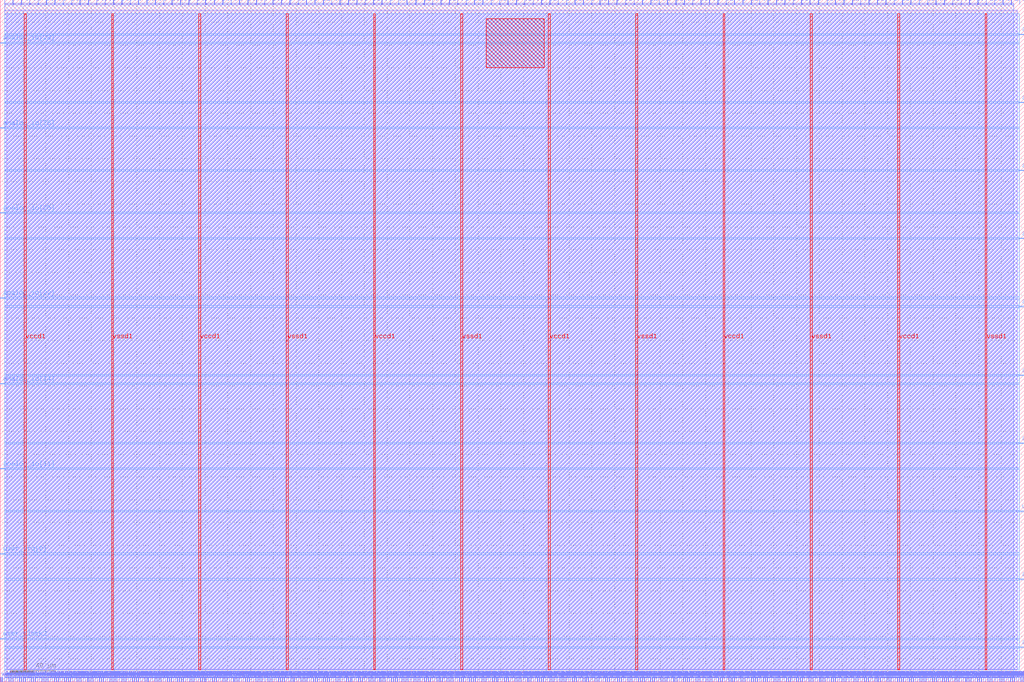
<source format=lef>
VERSION 5.7 ;
  NOWIREEXTENSIONATPIN ON ;
  DIVIDERCHAR "/" ;
  BUSBITCHARS "[]" ;
MACRO macro_15
  CLASS BLOCK ;
  FOREIGN macro_15 ;
  ORIGIN 0.000 0.000 ;
  SIZE 900.000 BY 600.000 ;
  PIN active
    DIRECTION INPUT ;
    USE SIGNAL ;
    PORT
      LAYER met2 ;
        RECT 886.050 0.000 886.330 4.000 ;
    END
  END active
  PIN analog_io[0]
    DIRECTION INOUT ;
    USE SIGNAL ;
    PORT
      LAYER met3 ;
        RECT 896.000 29.960 900.000 30.560 ;
    END
  END analog_io[0]
  PIN analog_io[10]
    DIRECTION INOUT ;
    USE SIGNAL ;
    PORT
      LAYER met3 ;
        RECT 896.000 269.320 900.000 269.920 ;
    END
  END analog_io[10]
  PIN analog_io[11]
    DIRECTION INOUT ;
    USE SIGNAL ;
    PORT
      LAYER met3 ;
        RECT 0.000 187.040 4.000 187.640 ;
    END
  END analog_io[11]
  PIN analog_io[12]
    DIRECTION INOUT ;
    USE SIGNAL ;
    PORT
      LAYER met2 ;
        RECT 866.730 596.000 867.010 600.000 ;
    END
  END analog_io[12]
  PIN analog_io[13]
    DIRECTION INOUT ;
    USE SIGNAL ;
    PORT
      LAYER met2 ;
        RECT 897.090 0.000 897.370 4.000 ;
    END
  END analog_io[13]
  PIN analog_io[14]
    DIRECTION INOUT ;
    USE SIGNAL ;
    PORT
      LAYER met3 ;
        RECT 0.000 261.840 4.000 262.440 ;
    END
  END analog_io[14]
  PIN analog_io[15]
    DIRECTION INOUT ;
    USE SIGNAL ;
    PORT
      LAYER met2 ;
        RECT 874.090 596.000 874.370 600.000 ;
    END
  END analog_io[15]
  PIN analog_io[16]
    DIRECTION INOUT ;
    USE SIGNAL ;
    PORT
      LAYER met2 ;
        RECT 881.450 596.000 881.730 600.000 ;
    END
  END analog_io[16]
  PIN analog_io[17]
    DIRECTION INOUT ;
    USE SIGNAL ;
    PORT
      LAYER met3 ;
        RECT 896.000 329.840 900.000 330.440 ;
    END
  END analog_io[17]
  PIN analog_io[18]
    DIRECTION INOUT ;
    USE SIGNAL ;
    PORT
      LAYER met3 ;
        RECT 896.000 389.680 900.000 390.280 ;
    END
  END analog_io[18]
  PIN analog_io[19]
    DIRECTION INOUT ;
    USE SIGNAL ;
    PORT
      LAYER met2 ;
        RECT 888.810 596.000 889.090 600.000 ;
    END
  END analog_io[19]
  PIN analog_io[1]
    DIRECTION INOUT ;
    USE SIGNAL ;
    PORT
      LAYER met3 ;
        RECT 896.000 89.800 900.000 90.400 ;
    END
  END analog_io[1]
  PIN analog_io[20]
    DIRECTION INOUT ;
    USE SIGNAL ;
    PORT
      LAYER met2 ;
        RECT 898.930 0.000 899.210 4.000 ;
    END
  END analog_io[20]
  PIN analog_io[21]
    DIRECTION INOUT ;
    USE SIGNAL ;
    PORT
      LAYER met3 ;
        RECT 896.000 449.520 900.000 450.120 ;
    END
  END analog_io[21]
  PIN analog_io[22]
    DIRECTION INOUT ;
    USE SIGNAL ;
    PORT
      LAYER met3 ;
        RECT 0.000 337.320 4.000 337.920 ;
    END
  END analog_io[22]
  PIN analog_io[23]
    DIRECTION INOUT ;
    USE SIGNAL ;
    PORT
      LAYER met2 ;
        RECT 896.170 596.000 896.450 600.000 ;
    END
  END analog_io[23]
  PIN analog_io[24]
    DIRECTION INOUT ;
    USE SIGNAL ;
    PORT
      LAYER met3 ;
        RECT 896.000 509.360 900.000 509.960 ;
    END
  END analog_io[24]
  PIN analog_io[25]
    DIRECTION INOUT ;
    USE SIGNAL ;
    PORT
      LAYER met3 ;
        RECT 0.000 412.120 4.000 412.720 ;
    END
  END analog_io[25]
  PIN analog_io[26]
    DIRECTION INOUT ;
    USE SIGNAL ;
    PORT
      LAYER met3 ;
        RECT 0.000 486.920 4.000 487.520 ;
    END
  END analog_io[26]
  PIN analog_io[27]
    DIRECTION INOUT ;
    USE SIGNAL ;
    PORT
      LAYER met3 ;
        RECT 896.000 569.200 900.000 569.800 ;
    END
  END analog_io[27]
  PIN analog_io[28]
    DIRECTION INOUT ;
    USE SIGNAL ;
    PORT
      LAYER met3 ;
        RECT 0.000 561.720 4.000 562.320 ;
    END
  END analog_io[28]
  PIN analog_io[2]
    DIRECTION INOUT ;
    USE SIGNAL ;
    PORT
      LAYER met2 ;
        RECT 887.890 0.000 888.170 4.000 ;
    END
  END analog_io[2]
  PIN analog_io[3]
    DIRECTION INOUT ;
    USE SIGNAL ;
    PORT
      LAYER met2 ;
        RECT 889.730 0.000 890.010 4.000 ;
    END
  END analog_io[3]
  PIN analog_io[4]
    DIRECTION INOUT ;
    USE SIGNAL ;
    PORT
      LAYER met2 ;
        RECT 852.010 596.000 852.290 600.000 ;
    END
  END analog_io[4]
  PIN analog_io[5]
    DIRECTION INOUT ;
    USE SIGNAL ;
    PORT
      LAYER met2 ;
        RECT 891.570 0.000 891.850 4.000 ;
    END
  END analog_io[5]
  PIN analog_io[6]
    DIRECTION INOUT ;
    USE SIGNAL ;
    PORT
      LAYER met3 ;
        RECT 896.000 209.480 900.000 210.080 ;
    END
  END analog_io[6]
  PIN analog_io[7]
    DIRECTION INOUT ;
    USE SIGNAL ;
    PORT
      LAYER met2 ;
        RECT 859.370 596.000 859.650 600.000 ;
    END
  END analog_io[7]
  PIN analog_io[8]
    DIRECTION INOUT ;
    USE SIGNAL ;
    PORT
      LAYER met2 ;
        RECT 893.410 0.000 893.690 4.000 ;
    END
  END analog_io[8]
  PIN analog_io[9]
    DIRECTION INOUT ;
    USE SIGNAL ;
    PORT
      LAYER met2 ;
        RECT 895.250 0.000 895.530 4.000 ;
    END
  END analog_io[9]
  PIN io_in[0]
    DIRECTION INPUT ;
    USE SIGNAL ;
    PORT
      LAYER met2 ;
        RECT 3.770 596.000 4.050 600.000 ;
    END
  END io_in[0]
  PIN io_in[10]
    DIRECTION INPUT ;
    USE SIGNAL ;
    PORT
      LAYER met2 ;
        RECT 225.030 596.000 225.310 600.000 ;
    END
  END io_in[10]
  PIN io_in[11]
    DIRECTION INPUT ;
    USE SIGNAL ;
    PORT
      LAYER met2 ;
        RECT 247.110 596.000 247.390 600.000 ;
    END
  END io_in[11]
  PIN io_in[12]
    DIRECTION INPUT ;
    USE SIGNAL ;
    PORT
      LAYER met2 ;
        RECT 269.190 596.000 269.470 600.000 ;
    END
  END io_in[12]
  PIN io_in[13]
    DIRECTION INPUT ;
    USE SIGNAL ;
    PORT
      LAYER met2 ;
        RECT 291.270 596.000 291.550 600.000 ;
    END
  END io_in[13]
  PIN io_in[14]
    DIRECTION INPUT ;
    USE SIGNAL ;
    PORT
      LAYER met2 ;
        RECT 313.350 596.000 313.630 600.000 ;
    END
  END io_in[14]
  PIN io_in[15]
    DIRECTION INPUT ;
    USE SIGNAL ;
    PORT
      LAYER met2 ;
        RECT 335.430 596.000 335.710 600.000 ;
    END
  END io_in[15]
  PIN io_in[16]
    DIRECTION INPUT ;
    USE SIGNAL ;
    PORT
      LAYER met2 ;
        RECT 357.510 596.000 357.790 600.000 ;
    END
  END io_in[16]
  PIN io_in[17]
    DIRECTION INPUT ;
    USE SIGNAL ;
    PORT
      LAYER met2 ;
        RECT 380.050 596.000 380.330 600.000 ;
    END
  END io_in[17]
  PIN io_in[18]
    DIRECTION INPUT ;
    USE SIGNAL ;
    PORT
      LAYER met2 ;
        RECT 402.130 596.000 402.410 600.000 ;
    END
  END io_in[18]
  PIN io_in[19]
    DIRECTION INPUT ;
    USE SIGNAL ;
    PORT
      LAYER met2 ;
        RECT 424.210 596.000 424.490 600.000 ;
    END
  END io_in[19]
  PIN io_in[1]
    DIRECTION INPUT ;
    USE SIGNAL ;
    PORT
      LAYER met2 ;
        RECT 25.850 596.000 26.130 600.000 ;
    END
  END io_in[1]
  PIN io_in[20]
    DIRECTION INPUT ;
    USE SIGNAL ;
    PORT
      LAYER met2 ;
        RECT 446.290 596.000 446.570 600.000 ;
    END
  END io_in[20]
  PIN io_in[21]
    DIRECTION INPUT ;
    USE SIGNAL ;
    PORT
      LAYER met2 ;
        RECT 468.370 596.000 468.650 600.000 ;
    END
  END io_in[21]
  PIN io_in[22]
    DIRECTION INPUT ;
    USE SIGNAL ;
    PORT
      LAYER met2 ;
        RECT 490.450 596.000 490.730 600.000 ;
    END
  END io_in[22]
  PIN io_in[23]
    DIRECTION INPUT ;
    USE SIGNAL ;
    PORT
      LAYER met2 ;
        RECT 512.530 596.000 512.810 600.000 ;
    END
  END io_in[23]
  PIN io_in[24]
    DIRECTION INPUT ;
    USE SIGNAL ;
    PORT
      LAYER met2 ;
        RECT 534.610 596.000 534.890 600.000 ;
    END
  END io_in[24]
  PIN io_in[25]
    DIRECTION INPUT ;
    USE SIGNAL ;
    PORT
      LAYER met2 ;
        RECT 557.150 596.000 557.430 600.000 ;
    END
  END io_in[25]
  PIN io_in[26]
    DIRECTION INPUT ;
    USE SIGNAL ;
    PORT
      LAYER met2 ;
        RECT 579.230 596.000 579.510 600.000 ;
    END
  END io_in[26]
  PIN io_in[27]
    DIRECTION INPUT ;
    USE SIGNAL ;
    PORT
      LAYER met2 ;
        RECT 601.310 596.000 601.590 600.000 ;
    END
  END io_in[27]
  PIN io_in[28]
    DIRECTION INPUT ;
    USE SIGNAL ;
    PORT
      LAYER met2 ;
        RECT 623.390 596.000 623.670 600.000 ;
    END
  END io_in[28]
  PIN io_in[29]
    DIRECTION INPUT ;
    USE SIGNAL ;
    PORT
      LAYER met2 ;
        RECT 645.470 596.000 645.750 600.000 ;
    END
  END io_in[29]
  PIN io_in[2]
    DIRECTION INPUT ;
    USE SIGNAL ;
    PORT
      LAYER met2 ;
        RECT 47.930 596.000 48.210 600.000 ;
    END
  END io_in[2]
  PIN io_in[30]
    DIRECTION INPUT ;
    USE SIGNAL ;
    PORT
      LAYER met2 ;
        RECT 667.550 596.000 667.830 600.000 ;
    END
  END io_in[30]
  PIN io_in[31]
    DIRECTION INPUT ;
    USE SIGNAL ;
    PORT
      LAYER met2 ;
        RECT 689.630 596.000 689.910 600.000 ;
    END
  END io_in[31]
  PIN io_in[32]
    DIRECTION INPUT ;
    USE SIGNAL ;
    PORT
      LAYER met2 ;
        RECT 711.710 596.000 711.990 600.000 ;
    END
  END io_in[32]
  PIN io_in[33]
    DIRECTION INPUT ;
    USE SIGNAL ;
    PORT
      LAYER met2 ;
        RECT 734.250 596.000 734.530 600.000 ;
    END
  END io_in[33]
  PIN io_in[34]
    DIRECTION INPUT ;
    USE SIGNAL ;
    PORT
      LAYER met2 ;
        RECT 756.330 596.000 756.610 600.000 ;
    END
  END io_in[34]
  PIN io_in[35]
    DIRECTION INPUT ;
    USE SIGNAL ;
    PORT
      LAYER met2 ;
        RECT 778.410 596.000 778.690 600.000 ;
    END
  END io_in[35]
  PIN io_in[36]
    DIRECTION INPUT ;
    USE SIGNAL ;
    PORT
      LAYER met2 ;
        RECT 800.490 596.000 800.770 600.000 ;
    END
  END io_in[36]
  PIN io_in[37]
    DIRECTION INPUT ;
    USE SIGNAL ;
    PORT
      LAYER met2 ;
        RECT 822.570 596.000 822.850 600.000 ;
    END
  END io_in[37]
  PIN io_in[3]
    DIRECTION INPUT ;
    USE SIGNAL ;
    PORT
      LAYER met2 ;
        RECT 70.010 596.000 70.290 600.000 ;
    END
  END io_in[3]
  PIN io_in[4]
    DIRECTION INPUT ;
    USE SIGNAL ;
    PORT
      LAYER met2 ;
        RECT 92.090 596.000 92.370 600.000 ;
    END
  END io_in[4]
  PIN io_in[5]
    DIRECTION INPUT ;
    USE SIGNAL ;
    PORT
      LAYER met2 ;
        RECT 114.170 596.000 114.450 600.000 ;
    END
  END io_in[5]
  PIN io_in[6]
    DIRECTION INPUT ;
    USE SIGNAL ;
    PORT
      LAYER met2 ;
        RECT 136.250 596.000 136.530 600.000 ;
    END
  END io_in[6]
  PIN io_in[7]
    DIRECTION INPUT ;
    USE SIGNAL ;
    PORT
      LAYER met2 ;
        RECT 158.330 596.000 158.610 600.000 ;
    END
  END io_in[7]
  PIN io_in[8]
    DIRECTION INPUT ;
    USE SIGNAL ;
    PORT
      LAYER met2 ;
        RECT 180.410 596.000 180.690 600.000 ;
    END
  END io_in[8]
  PIN io_in[9]
    DIRECTION INPUT ;
    USE SIGNAL ;
    PORT
      LAYER met2 ;
        RECT 202.950 596.000 203.230 600.000 ;
    END
  END io_in[9]
  PIN io_oeb[0]
    DIRECTION OUTPUT TRISTATE ;
    USE SIGNAL ;
    PORT
      LAYER met2 ;
        RECT 11.130 596.000 11.410 600.000 ;
    END
  END io_oeb[0]
  PIN io_oeb[10]
    DIRECTION OUTPUT TRISTATE ;
    USE SIGNAL ;
    PORT
      LAYER met2 ;
        RECT 232.390 596.000 232.670 600.000 ;
    END
  END io_oeb[10]
  PIN io_oeb[11]
    DIRECTION OUTPUT TRISTATE ;
    USE SIGNAL ;
    PORT
      LAYER met2 ;
        RECT 254.470 596.000 254.750 600.000 ;
    END
  END io_oeb[11]
  PIN io_oeb[12]
    DIRECTION OUTPUT TRISTATE ;
    USE SIGNAL ;
    PORT
      LAYER met2 ;
        RECT 276.550 596.000 276.830 600.000 ;
    END
  END io_oeb[12]
  PIN io_oeb[13]
    DIRECTION OUTPUT TRISTATE ;
    USE SIGNAL ;
    PORT
      LAYER met2 ;
        RECT 298.630 596.000 298.910 600.000 ;
    END
  END io_oeb[13]
  PIN io_oeb[14]
    DIRECTION OUTPUT TRISTATE ;
    USE SIGNAL ;
    PORT
      LAYER met2 ;
        RECT 320.710 596.000 320.990 600.000 ;
    END
  END io_oeb[14]
  PIN io_oeb[15]
    DIRECTION OUTPUT TRISTATE ;
    USE SIGNAL ;
    PORT
      LAYER met2 ;
        RECT 342.790 596.000 343.070 600.000 ;
    END
  END io_oeb[15]
  PIN io_oeb[16]
    DIRECTION OUTPUT TRISTATE ;
    USE SIGNAL ;
    PORT
      LAYER met2 ;
        RECT 365.330 596.000 365.610 600.000 ;
    END
  END io_oeb[16]
  PIN io_oeb[17]
    DIRECTION OUTPUT TRISTATE ;
    USE SIGNAL ;
    PORT
      LAYER met2 ;
        RECT 387.410 596.000 387.690 600.000 ;
    END
  END io_oeb[17]
  PIN io_oeb[18]
    DIRECTION OUTPUT TRISTATE ;
    USE SIGNAL ;
    PORT
      LAYER met2 ;
        RECT 409.490 596.000 409.770 600.000 ;
    END
  END io_oeb[18]
  PIN io_oeb[19]
    DIRECTION OUTPUT TRISTATE ;
    USE SIGNAL ;
    PORT
      LAYER met2 ;
        RECT 431.570 596.000 431.850 600.000 ;
    END
  END io_oeb[19]
  PIN io_oeb[1]
    DIRECTION OUTPUT TRISTATE ;
    USE SIGNAL ;
    PORT
      LAYER met2 ;
        RECT 33.210 596.000 33.490 600.000 ;
    END
  END io_oeb[1]
  PIN io_oeb[20]
    DIRECTION OUTPUT TRISTATE ;
    USE SIGNAL ;
    PORT
      LAYER met2 ;
        RECT 453.650 596.000 453.930 600.000 ;
    END
  END io_oeb[20]
  PIN io_oeb[21]
    DIRECTION OUTPUT TRISTATE ;
    USE SIGNAL ;
    PORT
      LAYER met2 ;
        RECT 475.730 596.000 476.010 600.000 ;
    END
  END io_oeb[21]
  PIN io_oeb[22]
    DIRECTION OUTPUT TRISTATE ;
    USE SIGNAL ;
    PORT
      LAYER met2 ;
        RECT 497.810 596.000 498.090 600.000 ;
    END
  END io_oeb[22]
  PIN io_oeb[23]
    DIRECTION OUTPUT TRISTATE ;
    USE SIGNAL ;
    PORT
      LAYER met2 ;
        RECT 519.890 596.000 520.170 600.000 ;
    END
  END io_oeb[23]
  PIN io_oeb[24]
    DIRECTION OUTPUT TRISTATE ;
    USE SIGNAL ;
    PORT
      LAYER met2 ;
        RECT 541.970 596.000 542.250 600.000 ;
    END
  END io_oeb[24]
  PIN io_oeb[25]
    DIRECTION OUTPUT TRISTATE ;
    USE SIGNAL ;
    PORT
      LAYER met2 ;
        RECT 564.510 596.000 564.790 600.000 ;
    END
  END io_oeb[25]
  PIN io_oeb[26]
    DIRECTION OUTPUT TRISTATE ;
    USE SIGNAL ;
    PORT
      LAYER met2 ;
        RECT 586.590 596.000 586.870 600.000 ;
    END
  END io_oeb[26]
  PIN io_oeb[27]
    DIRECTION OUTPUT TRISTATE ;
    USE SIGNAL ;
    PORT
      LAYER met2 ;
        RECT 608.670 596.000 608.950 600.000 ;
    END
  END io_oeb[27]
  PIN io_oeb[28]
    DIRECTION OUTPUT TRISTATE ;
    USE SIGNAL ;
    PORT
      LAYER met2 ;
        RECT 630.750 596.000 631.030 600.000 ;
    END
  END io_oeb[28]
  PIN io_oeb[29]
    DIRECTION OUTPUT TRISTATE ;
    USE SIGNAL ;
    PORT
      LAYER met2 ;
        RECT 652.830 596.000 653.110 600.000 ;
    END
  END io_oeb[29]
  PIN io_oeb[2]
    DIRECTION OUTPUT TRISTATE ;
    USE SIGNAL ;
    PORT
      LAYER met2 ;
        RECT 55.290 596.000 55.570 600.000 ;
    END
  END io_oeb[2]
  PIN io_oeb[30]
    DIRECTION OUTPUT TRISTATE ;
    USE SIGNAL ;
    PORT
      LAYER met2 ;
        RECT 674.910 596.000 675.190 600.000 ;
    END
  END io_oeb[30]
  PIN io_oeb[31]
    DIRECTION OUTPUT TRISTATE ;
    USE SIGNAL ;
    PORT
      LAYER met2 ;
        RECT 696.990 596.000 697.270 600.000 ;
    END
  END io_oeb[31]
  PIN io_oeb[32]
    DIRECTION OUTPUT TRISTATE ;
    USE SIGNAL ;
    PORT
      LAYER met2 ;
        RECT 719.070 596.000 719.350 600.000 ;
    END
  END io_oeb[32]
  PIN io_oeb[33]
    DIRECTION OUTPUT TRISTATE ;
    USE SIGNAL ;
    PORT
      LAYER met2 ;
        RECT 741.610 596.000 741.890 600.000 ;
    END
  END io_oeb[33]
  PIN io_oeb[34]
    DIRECTION OUTPUT TRISTATE ;
    USE SIGNAL ;
    PORT
      LAYER met2 ;
        RECT 763.690 596.000 763.970 600.000 ;
    END
  END io_oeb[34]
  PIN io_oeb[35]
    DIRECTION OUTPUT TRISTATE ;
    USE SIGNAL ;
    PORT
      LAYER met2 ;
        RECT 785.770 596.000 786.050 600.000 ;
    END
  END io_oeb[35]
  PIN io_oeb[36]
    DIRECTION OUTPUT TRISTATE ;
    USE SIGNAL ;
    PORT
      LAYER met2 ;
        RECT 807.850 596.000 808.130 600.000 ;
    END
  END io_oeb[36]
  PIN io_oeb[37]
    DIRECTION OUTPUT TRISTATE ;
    USE SIGNAL ;
    PORT
      LAYER met2 ;
        RECT 829.930 596.000 830.210 600.000 ;
    END
  END io_oeb[37]
  PIN io_oeb[3]
    DIRECTION OUTPUT TRISTATE ;
    USE SIGNAL ;
    PORT
      LAYER met2 ;
        RECT 77.370 596.000 77.650 600.000 ;
    END
  END io_oeb[3]
  PIN io_oeb[4]
    DIRECTION OUTPUT TRISTATE ;
    USE SIGNAL ;
    PORT
      LAYER met2 ;
        RECT 99.450 596.000 99.730 600.000 ;
    END
  END io_oeb[4]
  PIN io_oeb[5]
    DIRECTION OUTPUT TRISTATE ;
    USE SIGNAL ;
    PORT
      LAYER met2 ;
        RECT 121.530 596.000 121.810 600.000 ;
    END
  END io_oeb[5]
  PIN io_oeb[6]
    DIRECTION OUTPUT TRISTATE ;
    USE SIGNAL ;
    PORT
      LAYER met2 ;
        RECT 143.610 596.000 143.890 600.000 ;
    END
  END io_oeb[6]
  PIN io_oeb[7]
    DIRECTION OUTPUT TRISTATE ;
    USE SIGNAL ;
    PORT
      LAYER met2 ;
        RECT 165.690 596.000 165.970 600.000 ;
    END
  END io_oeb[7]
  PIN io_oeb[8]
    DIRECTION OUTPUT TRISTATE ;
    USE SIGNAL ;
    PORT
      LAYER met2 ;
        RECT 188.230 596.000 188.510 600.000 ;
    END
  END io_oeb[8]
  PIN io_oeb[9]
    DIRECTION OUTPUT TRISTATE ;
    USE SIGNAL ;
    PORT
      LAYER met2 ;
        RECT 210.310 596.000 210.590 600.000 ;
    END
  END io_oeb[9]
  PIN io_out[0]
    DIRECTION OUTPUT TRISTATE ;
    USE SIGNAL ;
    PORT
      LAYER met2 ;
        RECT 18.490 596.000 18.770 600.000 ;
    END
  END io_out[0]
  PIN io_out[10]
    DIRECTION OUTPUT TRISTATE ;
    USE SIGNAL ;
    PORT
      LAYER met2 ;
        RECT 239.750 596.000 240.030 600.000 ;
    END
  END io_out[10]
  PIN io_out[11]
    DIRECTION OUTPUT TRISTATE ;
    USE SIGNAL ;
    PORT
      LAYER met2 ;
        RECT 261.830 596.000 262.110 600.000 ;
    END
  END io_out[11]
  PIN io_out[12]
    DIRECTION OUTPUT TRISTATE ;
    USE SIGNAL ;
    PORT
      LAYER met2 ;
        RECT 283.910 596.000 284.190 600.000 ;
    END
  END io_out[12]
  PIN io_out[13]
    DIRECTION OUTPUT TRISTATE ;
    USE SIGNAL ;
    PORT
      LAYER met2 ;
        RECT 305.990 596.000 306.270 600.000 ;
    END
  END io_out[13]
  PIN io_out[14]
    DIRECTION OUTPUT TRISTATE ;
    USE SIGNAL ;
    PORT
      LAYER met2 ;
        RECT 328.070 596.000 328.350 600.000 ;
    END
  END io_out[14]
  PIN io_out[15]
    DIRECTION OUTPUT TRISTATE ;
    USE SIGNAL ;
    PORT
      LAYER met2 ;
        RECT 350.150 596.000 350.430 600.000 ;
    END
  END io_out[15]
  PIN io_out[16]
    DIRECTION OUTPUT TRISTATE ;
    USE SIGNAL ;
    PORT
      LAYER met2 ;
        RECT 372.690 596.000 372.970 600.000 ;
    END
  END io_out[16]
  PIN io_out[17]
    DIRECTION OUTPUT TRISTATE ;
    USE SIGNAL ;
    PORT
      LAYER met2 ;
        RECT 394.770 596.000 395.050 600.000 ;
    END
  END io_out[17]
  PIN io_out[18]
    DIRECTION OUTPUT TRISTATE ;
    USE SIGNAL ;
    PORT
      LAYER met2 ;
        RECT 416.850 596.000 417.130 600.000 ;
    END
  END io_out[18]
  PIN io_out[19]
    DIRECTION OUTPUT TRISTATE ;
    USE SIGNAL ;
    PORT
      LAYER met2 ;
        RECT 438.930 596.000 439.210 600.000 ;
    END
  END io_out[19]
  PIN io_out[1]
    DIRECTION OUTPUT TRISTATE ;
    USE SIGNAL ;
    PORT
      LAYER met2 ;
        RECT 40.570 596.000 40.850 600.000 ;
    END
  END io_out[1]
  PIN io_out[20]
    DIRECTION OUTPUT TRISTATE ;
    USE SIGNAL ;
    PORT
      LAYER met2 ;
        RECT 461.010 596.000 461.290 600.000 ;
    END
  END io_out[20]
  PIN io_out[21]
    DIRECTION OUTPUT TRISTATE ;
    USE SIGNAL ;
    PORT
      LAYER met2 ;
        RECT 483.090 596.000 483.370 600.000 ;
    END
  END io_out[21]
  PIN io_out[22]
    DIRECTION OUTPUT TRISTATE ;
    USE SIGNAL ;
    PORT
      LAYER met2 ;
        RECT 505.170 596.000 505.450 600.000 ;
    END
  END io_out[22]
  PIN io_out[23]
    DIRECTION OUTPUT TRISTATE ;
    USE SIGNAL ;
    PORT
      LAYER met2 ;
        RECT 527.250 596.000 527.530 600.000 ;
    END
  END io_out[23]
  PIN io_out[24]
    DIRECTION OUTPUT TRISTATE ;
    USE SIGNAL ;
    PORT
      LAYER met2 ;
        RECT 549.790 596.000 550.070 600.000 ;
    END
  END io_out[24]
  PIN io_out[25]
    DIRECTION OUTPUT TRISTATE ;
    USE SIGNAL ;
    PORT
      LAYER met2 ;
        RECT 571.870 596.000 572.150 600.000 ;
    END
  END io_out[25]
  PIN io_out[26]
    DIRECTION OUTPUT TRISTATE ;
    USE SIGNAL ;
    PORT
      LAYER met2 ;
        RECT 593.950 596.000 594.230 600.000 ;
    END
  END io_out[26]
  PIN io_out[27]
    DIRECTION OUTPUT TRISTATE ;
    USE SIGNAL ;
    PORT
      LAYER met2 ;
        RECT 616.030 596.000 616.310 600.000 ;
    END
  END io_out[27]
  PIN io_out[28]
    DIRECTION OUTPUT TRISTATE ;
    USE SIGNAL ;
    PORT
      LAYER met2 ;
        RECT 638.110 596.000 638.390 600.000 ;
    END
  END io_out[28]
  PIN io_out[29]
    DIRECTION OUTPUT TRISTATE ;
    USE SIGNAL ;
    PORT
      LAYER met2 ;
        RECT 660.190 596.000 660.470 600.000 ;
    END
  END io_out[29]
  PIN io_out[2]
    DIRECTION OUTPUT TRISTATE ;
    USE SIGNAL ;
    PORT
      LAYER met2 ;
        RECT 62.650 596.000 62.930 600.000 ;
    END
  END io_out[2]
  PIN io_out[30]
    DIRECTION OUTPUT TRISTATE ;
    USE SIGNAL ;
    PORT
      LAYER met2 ;
        RECT 682.270 596.000 682.550 600.000 ;
    END
  END io_out[30]
  PIN io_out[31]
    DIRECTION OUTPUT TRISTATE ;
    USE SIGNAL ;
    PORT
      LAYER met2 ;
        RECT 704.350 596.000 704.630 600.000 ;
    END
  END io_out[31]
  PIN io_out[32]
    DIRECTION OUTPUT TRISTATE ;
    USE SIGNAL ;
    PORT
      LAYER met2 ;
        RECT 726.890 596.000 727.170 600.000 ;
    END
  END io_out[32]
  PIN io_out[33]
    DIRECTION OUTPUT TRISTATE ;
    USE SIGNAL ;
    PORT
      LAYER met2 ;
        RECT 748.970 596.000 749.250 600.000 ;
    END
  END io_out[33]
  PIN io_out[34]
    DIRECTION OUTPUT TRISTATE ;
    USE SIGNAL ;
    PORT
      LAYER met2 ;
        RECT 771.050 596.000 771.330 600.000 ;
    END
  END io_out[34]
  PIN io_out[35]
    DIRECTION OUTPUT TRISTATE ;
    USE SIGNAL ;
    PORT
      LAYER met2 ;
        RECT 793.130 596.000 793.410 600.000 ;
    END
  END io_out[35]
  PIN io_out[36]
    DIRECTION OUTPUT TRISTATE ;
    USE SIGNAL ;
    PORT
      LAYER met2 ;
        RECT 815.210 596.000 815.490 600.000 ;
    END
  END io_out[36]
  PIN io_out[37]
    DIRECTION OUTPUT TRISTATE ;
    USE SIGNAL ;
    PORT
      LAYER met2 ;
        RECT 837.290 596.000 837.570 600.000 ;
    END
  END io_out[37]
  PIN io_out[3]
    DIRECTION OUTPUT TRISTATE ;
    USE SIGNAL ;
    PORT
      LAYER met2 ;
        RECT 84.730 596.000 85.010 600.000 ;
    END
  END io_out[3]
  PIN io_out[4]
    DIRECTION OUTPUT TRISTATE ;
    USE SIGNAL ;
    PORT
      LAYER met2 ;
        RECT 106.810 596.000 107.090 600.000 ;
    END
  END io_out[4]
  PIN io_out[5]
    DIRECTION OUTPUT TRISTATE ;
    USE SIGNAL ;
    PORT
      LAYER met2 ;
        RECT 128.890 596.000 129.170 600.000 ;
    END
  END io_out[5]
  PIN io_out[6]
    DIRECTION OUTPUT TRISTATE ;
    USE SIGNAL ;
    PORT
      LAYER met2 ;
        RECT 150.970 596.000 151.250 600.000 ;
    END
  END io_out[6]
  PIN io_out[7]
    DIRECTION OUTPUT TRISTATE ;
    USE SIGNAL ;
    PORT
      LAYER met2 ;
        RECT 173.050 596.000 173.330 600.000 ;
    END
  END io_out[7]
  PIN io_out[8]
    DIRECTION OUTPUT TRISTATE ;
    USE SIGNAL ;
    PORT
      LAYER met2 ;
        RECT 195.590 596.000 195.870 600.000 ;
    END
  END io_out[8]
  PIN io_out[9]
    DIRECTION OUTPUT TRISTATE ;
    USE SIGNAL ;
    PORT
      LAYER met2 ;
        RECT 217.670 596.000 217.950 600.000 ;
    END
  END io_out[9]
  PIN la_data_in[0]
    DIRECTION INPUT ;
    USE SIGNAL ;
    PORT
      LAYER met2 ;
        RECT 191.910 0.000 192.190 4.000 ;
    END
  END la_data_in[0]
  PIN la_data_in[100]
    DIRECTION INPUT ;
    USE SIGNAL ;
    PORT
      LAYER met2 ;
        RECT 734.250 0.000 734.530 4.000 ;
    END
  END la_data_in[100]
  PIN la_data_in[101]
    DIRECTION INPUT ;
    USE SIGNAL ;
    PORT
      LAYER met2 ;
        RECT 739.770 0.000 740.050 4.000 ;
    END
  END la_data_in[101]
  PIN la_data_in[102]
    DIRECTION INPUT ;
    USE SIGNAL ;
    PORT
      LAYER met2 ;
        RECT 745.290 0.000 745.570 4.000 ;
    END
  END la_data_in[102]
  PIN la_data_in[103]
    DIRECTION INPUT ;
    USE SIGNAL ;
    PORT
      LAYER met2 ;
        RECT 750.350 0.000 750.630 4.000 ;
    END
  END la_data_in[103]
  PIN la_data_in[104]
    DIRECTION INPUT ;
    USE SIGNAL ;
    PORT
      LAYER met2 ;
        RECT 755.870 0.000 756.150 4.000 ;
    END
  END la_data_in[104]
  PIN la_data_in[105]
    DIRECTION INPUT ;
    USE SIGNAL ;
    PORT
      LAYER met2 ;
        RECT 761.390 0.000 761.670 4.000 ;
    END
  END la_data_in[105]
  PIN la_data_in[106]
    DIRECTION INPUT ;
    USE SIGNAL ;
    PORT
      LAYER met2 ;
        RECT 766.910 0.000 767.190 4.000 ;
    END
  END la_data_in[106]
  PIN la_data_in[107]
    DIRECTION INPUT ;
    USE SIGNAL ;
    PORT
      LAYER met2 ;
        RECT 771.970 0.000 772.250 4.000 ;
    END
  END la_data_in[107]
  PIN la_data_in[108]
    DIRECTION INPUT ;
    USE SIGNAL ;
    PORT
      LAYER met2 ;
        RECT 777.490 0.000 777.770 4.000 ;
    END
  END la_data_in[108]
  PIN la_data_in[109]
    DIRECTION INPUT ;
    USE SIGNAL ;
    PORT
      LAYER met2 ;
        RECT 783.010 0.000 783.290 4.000 ;
    END
  END la_data_in[109]
  PIN la_data_in[10]
    DIRECTION INPUT ;
    USE SIGNAL ;
    PORT
      LAYER met2 ;
        RECT 246.190 0.000 246.470 4.000 ;
    END
  END la_data_in[10]
  PIN la_data_in[110]
    DIRECTION INPUT ;
    USE SIGNAL ;
    PORT
      LAYER met2 ;
        RECT 788.530 0.000 788.810 4.000 ;
    END
  END la_data_in[110]
  PIN la_data_in[111]
    DIRECTION INPUT ;
    USE SIGNAL ;
    PORT
      LAYER met2 ;
        RECT 794.050 0.000 794.330 4.000 ;
    END
  END la_data_in[111]
  PIN la_data_in[112]
    DIRECTION INPUT ;
    USE SIGNAL ;
    PORT
      LAYER met2 ;
        RECT 799.110 0.000 799.390 4.000 ;
    END
  END la_data_in[112]
  PIN la_data_in[113]
    DIRECTION INPUT ;
    USE SIGNAL ;
    PORT
      LAYER met2 ;
        RECT 804.630 0.000 804.910 4.000 ;
    END
  END la_data_in[113]
  PIN la_data_in[114]
    DIRECTION INPUT ;
    USE SIGNAL ;
    PORT
      LAYER met2 ;
        RECT 810.150 0.000 810.430 4.000 ;
    END
  END la_data_in[114]
  PIN la_data_in[115]
    DIRECTION INPUT ;
    USE SIGNAL ;
    PORT
      LAYER met2 ;
        RECT 815.670 0.000 815.950 4.000 ;
    END
  END la_data_in[115]
  PIN la_data_in[116]
    DIRECTION INPUT ;
    USE SIGNAL ;
    PORT
      LAYER met2 ;
        RECT 821.190 0.000 821.470 4.000 ;
    END
  END la_data_in[116]
  PIN la_data_in[117]
    DIRECTION INPUT ;
    USE SIGNAL ;
    PORT
      LAYER met2 ;
        RECT 826.250 0.000 826.530 4.000 ;
    END
  END la_data_in[117]
  PIN la_data_in[118]
    DIRECTION INPUT ;
    USE SIGNAL ;
    PORT
      LAYER met2 ;
        RECT 831.770 0.000 832.050 4.000 ;
    END
  END la_data_in[118]
  PIN la_data_in[119]
    DIRECTION INPUT ;
    USE SIGNAL ;
    PORT
      LAYER met2 ;
        RECT 837.290 0.000 837.570 4.000 ;
    END
  END la_data_in[119]
  PIN la_data_in[11]
    DIRECTION INPUT ;
    USE SIGNAL ;
    PORT
      LAYER met2 ;
        RECT 251.710 0.000 251.990 4.000 ;
    END
  END la_data_in[11]
  PIN la_data_in[120]
    DIRECTION INPUT ;
    USE SIGNAL ;
    PORT
      LAYER met2 ;
        RECT 842.810 0.000 843.090 4.000 ;
    END
  END la_data_in[120]
  PIN la_data_in[121]
    DIRECTION INPUT ;
    USE SIGNAL ;
    PORT
      LAYER met2 ;
        RECT 848.330 0.000 848.610 4.000 ;
    END
  END la_data_in[121]
  PIN la_data_in[122]
    DIRECTION INPUT ;
    USE SIGNAL ;
    PORT
      LAYER met2 ;
        RECT 853.390 0.000 853.670 4.000 ;
    END
  END la_data_in[122]
  PIN la_data_in[123]
    DIRECTION INPUT ;
    USE SIGNAL ;
    PORT
      LAYER met2 ;
        RECT 858.910 0.000 859.190 4.000 ;
    END
  END la_data_in[123]
  PIN la_data_in[124]
    DIRECTION INPUT ;
    USE SIGNAL ;
    PORT
      LAYER met2 ;
        RECT 864.430 0.000 864.710 4.000 ;
    END
  END la_data_in[124]
  PIN la_data_in[125]
    DIRECTION INPUT ;
    USE SIGNAL ;
    PORT
      LAYER met2 ;
        RECT 869.950 0.000 870.230 4.000 ;
    END
  END la_data_in[125]
  PIN la_data_in[126]
    DIRECTION INPUT ;
    USE SIGNAL ;
    PORT
      LAYER met2 ;
        RECT 875.010 0.000 875.290 4.000 ;
    END
  END la_data_in[126]
  PIN la_data_in[127]
    DIRECTION INPUT ;
    USE SIGNAL ;
    PORT
      LAYER met2 ;
        RECT 880.530 0.000 880.810 4.000 ;
    END
  END la_data_in[127]
  PIN la_data_in[12]
    DIRECTION INPUT ;
    USE SIGNAL ;
    PORT
      LAYER met2 ;
        RECT 257.230 0.000 257.510 4.000 ;
    END
  END la_data_in[12]
  PIN la_data_in[13]
    DIRECTION INPUT ;
    USE SIGNAL ;
    PORT
      LAYER met2 ;
        RECT 262.290 0.000 262.570 4.000 ;
    END
  END la_data_in[13]
  PIN la_data_in[14]
    DIRECTION INPUT ;
    USE SIGNAL ;
    PORT
      LAYER met2 ;
        RECT 267.810 0.000 268.090 4.000 ;
    END
  END la_data_in[14]
  PIN la_data_in[15]
    DIRECTION INPUT ;
    USE SIGNAL ;
    PORT
      LAYER met2 ;
        RECT 273.330 0.000 273.610 4.000 ;
    END
  END la_data_in[15]
  PIN la_data_in[16]
    DIRECTION INPUT ;
    USE SIGNAL ;
    PORT
      LAYER met2 ;
        RECT 278.850 0.000 279.130 4.000 ;
    END
  END la_data_in[16]
  PIN la_data_in[17]
    DIRECTION INPUT ;
    USE SIGNAL ;
    PORT
      LAYER met2 ;
        RECT 283.910 0.000 284.190 4.000 ;
    END
  END la_data_in[17]
  PIN la_data_in[18]
    DIRECTION INPUT ;
    USE SIGNAL ;
    PORT
      LAYER met2 ;
        RECT 289.430 0.000 289.710 4.000 ;
    END
  END la_data_in[18]
  PIN la_data_in[19]
    DIRECTION INPUT ;
    USE SIGNAL ;
    PORT
      LAYER met2 ;
        RECT 294.950 0.000 295.230 4.000 ;
    END
  END la_data_in[19]
  PIN la_data_in[1]
    DIRECTION INPUT ;
    USE SIGNAL ;
    PORT
      LAYER met2 ;
        RECT 197.430 0.000 197.710 4.000 ;
    END
  END la_data_in[1]
  PIN la_data_in[20]
    DIRECTION INPUT ;
    USE SIGNAL ;
    PORT
      LAYER met2 ;
        RECT 300.470 0.000 300.750 4.000 ;
    END
  END la_data_in[20]
  PIN la_data_in[21]
    DIRECTION INPUT ;
    USE SIGNAL ;
    PORT
      LAYER met2 ;
        RECT 305.990 0.000 306.270 4.000 ;
    END
  END la_data_in[21]
  PIN la_data_in[22]
    DIRECTION INPUT ;
    USE SIGNAL ;
    PORT
      LAYER met2 ;
        RECT 311.050 0.000 311.330 4.000 ;
    END
  END la_data_in[22]
  PIN la_data_in[23]
    DIRECTION INPUT ;
    USE SIGNAL ;
    PORT
      LAYER met2 ;
        RECT 316.570 0.000 316.850 4.000 ;
    END
  END la_data_in[23]
  PIN la_data_in[24]
    DIRECTION INPUT ;
    USE SIGNAL ;
    PORT
      LAYER met2 ;
        RECT 322.090 0.000 322.370 4.000 ;
    END
  END la_data_in[24]
  PIN la_data_in[25]
    DIRECTION INPUT ;
    USE SIGNAL ;
    PORT
      LAYER met2 ;
        RECT 327.610 0.000 327.890 4.000 ;
    END
  END la_data_in[25]
  PIN la_data_in[26]
    DIRECTION INPUT ;
    USE SIGNAL ;
    PORT
      LAYER met2 ;
        RECT 333.130 0.000 333.410 4.000 ;
    END
  END la_data_in[26]
  PIN la_data_in[27]
    DIRECTION INPUT ;
    USE SIGNAL ;
    PORT
      LAYER met2 ;
        RECT 338.190 0.000 338.470 4.000 ;
    END
  END la_data_in[27]
  PIN la_data_in[28]
    DIRECTION INPUT ;
    USE SIGNAL ;
    PORT
      LAYER met2 ;
        RECT 343.710 0.000 343.990 4.000 ;
    END
  END la_data_in[28]
  PIN la_data_in[29]
    DIRECTION INPUT ;
    USE SIGNAL ;
    PORT
      LAYER met2 ;
        RECT 349.230 0.000 349.510 4.000 ;
    END
  END la_data_in[29]
  PIN la_data_in[2]
    DIRECTION INPUT ;
    USE SIGNAL ;
    PORT
      LAYER met2 ;
        RECT 202.950 0.000 203.230 4.000 ;
    END
  END la_data_in[2]
  PIN la_data_in[30]
    DIRECTION INPUT ;
    USE SIGNAL ;
    PORT
      LAYER met2 ;
        RECT 354.750 0.000 355.030 4.000 ;
    END
  END la_data_in[30]
  PIN la_data_in[31]
    DIRECTION INPUT ;
    USE SIGNAL ;
    PORT
      LAYER met2 ;
        RECT 360.270 0.000 360.550 4.000 ;
    END
  END la_data_in[31]
  PIN la_data_in[32]
    DIRECTION INPUT ;
    USE SIGNAL ;
    PORT
      LAYER met2 ;
        RECT 365.330 0.000 365.610 4.000 ;
    END
  END la_data_in[32]
  PIN la_data_in[33]
    DIRECTION INPUT ;
    USE SIGNAL ;
    PORT
      LAYER met2 ;
        RECT 370.850 0.000 371.130 4.000 ;
    END
  END la_data_in[33]
  PIN la_data_in[34]
    DIRECTION INPUT ;
    USE SIGNAL ;
    PORT
      LAYER met2 ;
        RECT 376.370 0.000 376.650 4.000 ;
    END
  END la_data_in[34]
  PIN la_data_in[35]
    DIRECTION INPUT ;
    USE SIGNAL ;
    PORT
      LAYER met2 ;
        RECT 381.890 0.000 382.170 4.000 ;
    END
  END la_data_in[35]
  PIN la_data_in[36]
    DIRECTION INPUT ;
    USE SIGNAL ;
    PORT
      LAYER met2 ;
        RECT 386.950 0.000 387.230 4.000 ;
    END
  END la_data_in[36]
  PIN la_data_in[37]
    DIRECTION INPUT ;
    USE SIGNAL ;
    PORT
      LAYER met2 ;
        RECT 392.470 0.000 392.750 4.000 ;
    END
  END la_data_in[37]
  PIN la_data_in[38]
    DIRECTION INPUT ;
    USE SIGNAL ;
    PORT
      LAYER met2 ;
        RECT 397.990 0.000 398.270 4.000 ;
    END
  END la_data_in[38]
  PIN la_data_in[39]
    DIRECTION INPUT ;
    USE SIGNAL ;
    PORT
      LAYER met2 ;
        RECT 403.510 0.000 403.790 4.000 ;
    END
  END la_data_in[39]
  PIN la_data_in[3]
    DIRECTION INPUT ;
    USE SIGNAL ;
    PORT
      LAYER met2 ;
        RECT 208.010 0.000 208.290 4.000 ;
    END
  END la_data_in[3]
  PIN la_data_in[40]
    DIRECTION INPUT ;
    USE SIGNAL ;
    PORT
      LAYER met2 ;
        RECT 409.030 0.000 409.310 4.000 ;
    END
  END la_data_in[40]
  PIN la_data_in[41]
    DIRECTION INPUT ;
    USE SIGNAL ;
    PORT
      LAYER met2 ;
        RECT 414.090 0.000 414.370 4.000 ;
    END
  END la_data_in[41]
  PIN la_data_in[42]
    DIRECTION INPUT ;
    USE SIGNAL ;
    PORT
      LAYER met2 ;
        RECT 419.610 0.000 419.890 4.000 ;
    END
  END la_data_in[42]
  PIN la_data_in[43]
    DIRECTION INPUT ;
    USE SIGNAL ;
    PORT
      LAYER met2 ;
        RECT 425.130 0.000 425.410 4.000 ;
    END
  END la_data_in[43]
  PIN la_data_in[44]
    DIRECTION INPUT ;
    USE SIGNAL ;
    PORT
      LAYER met2 ;
        RECT 430.650 0.000 430.930 4.000 ;
    END
  END la_data_in[44]
  PIN la_data_in[45]
    DIRECTION INPUT ;
    USE SIGNAL ;
    PORT
      LAYER met2 ;
        RECT 436.170 0.000 436.450 4.000 ;
    END
  END la_data_in[45]
  PIN la_data_in[46]
    DIRECTION INPUT ;
    USE SIGNAL ;
    PORT
      LAYER met2 ;
        RECT 441.230 0.000 441.510 4.000 ;
    END
  END la_data_in[46]
  PIN la_data_in[47]
    DIRECTION INPUT ;
    USE SIGNAL ;
    PORT
      LAYER met2 ;
        RECT 446.750 0.000 447.030 4.000 ;
    END
  END la_data_in[47]
  PIN la_data_in[48]
    DIRECTION INPUT ;
    USE SIGNAL ;
    PORT
      LAYER met2 ;
        RECT 452.270 0.000 452.550 4.000 ;
    END
  END la_data_in[48]
  PIN la_data_in[49]
    DIRECTION INPUT ;
    USE SIGNAL ;
    PORT
      LAYER met2 ;
        RECT 457.790 0.000 458.070 4.000 ;
    END
  END la_data_in[49]
  PIN la_data_in[4]
    DIRECTION INPUT ;
    USE SIGNAL ;
    PORT
      LAYER met2 ;
        RECT 213.530 0.000 213.810 4.000 ;
    END
  END la_data_in[4]
  PIN la_data_in[50]
    DIRECTION INPUT ;
    USE SIGNAL ;
    PORT
      LAYER met2 ;
        RECT 463.310 0.000 463.590 4.000 ;
    END
  END la_data_in[50]
  PIN la_data_in[51]
    DIRECTION INPUT ;
    USE SIGNAL ;
    PORT
      LAYER met2 ;
        RECT 468.370 0.000 468.650 4.000 ;
    END
  END la_data_in[51]
  PIN la_data_in[52]
    DIRECTION INPUT ;
    USE SIGNAL ;
    PORT
      LAYER met2 ;
        RECT 473.890 0.000 474.170 4.000 ;
    END
  END la_data_in[52]
  PIN la_data_in[53]
    DIRECTION INPUT ;
    USE SIGNAL ;
    PORT
      LAYER met2 ;
        RECT 479.410 0.000 479.690 4.000 ;
    END
  END la_data_in[53]
  PIN la_data_in[54]
    DIRECTION INPUT ;
    USE SIGNAL ;
    PORT
      LAYER met2 ;
        RECT 484.930 0.000 485.210 4.000 ;
    END
  END la_data_in[54]
  PIN la_data_in[55]
    DIRECTION INPUT ;
    USE SIGNAL ;
    PORT
      LAYER met2 ;
        RECT 489.990 0.000 490.270 4.000 ;
    END
  END la_data_in[55]
  PIN la_data_in[56]
    DIRECTION INPUT ;
    USE SIGNAL ;
    PORT
      LAYER met2 ;
        RECT 495.510 0.000 495.790 4.000 ;
    END
  END la_data_in[56]
  PIN la_data_in[57]
    DIRECTION INPUT ;
    USE SIGNAL ;
    PORT
      LAYER met2 ;
        RECT 501.030 0.000 501.310 4.000 ;
    END
  END la_data_in[57]
  PIN la_data_in[58]
    DIRECTION INPUT ;
    USE SIGNAL ;
    PORT
      LAYER met2 ;
        RECT 506.550 0.000 506.830 4.000 ;
    END
  END la_data_in[58]
  PIN la_data_in[59]
    DIRECTION INPUT ;
    USE SIGNAL ;
    PORT
      LAYER met2 ;
        RECT 512.070 0.000 512.350 4.000 ;
    END
  END la_data_in[59]
  PIN la_data_in[5]
    DIRECTION INPUT ;
    USE SIGNAL ;
    PORT
      LAYER met2 ;
        RECT 219.050 0.000 219.330 4.000 ;
    END
  END la_data_in[5]
  PIN la_data_in[60]
    DIRECTION INPUT ;
    USE SIGNAL ;
    PORT
      LAYER met2 ;
        RECT 517.130 0.000 517.410 4.000 ;
    END
  END la_data_in[60]
  PIN la_data_in[61]
    DIRECTION INPUT ;
    USE SIGNAL ;
    PORT
      LAYER met2 ;
        RECT 522.650 0.000 522.930 4.000 ;
    END
  END la_data_in[61]
  PIN la_data_in[62]
    DIRECTION INPUT ;
    USE SIGNAL ;
    PORT
      LAYER met2 ;
        RECT 528.170 0.000 528.450 4.000 ;
    END
  END la_data_in[62]
  PIN la_data_in[63]
    DIRECTION INPUT ;
    USE SIGNAL ;
    PORT
      LAYER met2 ;
        RECT 533.690 0.000 533.970 4.000 ;
    END
  END la_data_in[63]
  PIN la_data_in[64]
    DIRECTION INPUT ;
    USE SIGNAL ;
    PORT
      LAYER met2 ;
        RECT 539.210 0.000 539.490 4.000 ;
    END
  END la_data_in[64]
  PIN la_data_in[65]
    DIRECTION INPUT ;
    USE SIGNAL ;
    PORT
      LAYER met2 ;
        RECT 544.270 0.000 544.550 4.000 ;
    END
  END la_data_in[65]
  PIN la_data_in[66]
    DIRECTION INPUT ;
    USE SIGNAL ;
    PORT
      LAYER met2 ;
        RECT 549.790 0.000 550.070 4.000 ;
    END
  END la_data_in[66]
  PIN la_data_in[67]
    DIRECTION INPUT ;
    USE SIGNAL ;
    PORT
      LAYER met2 ;
        RECT 555.310 0.000 555.590 4.000 ;
    END
  END la_data_in[67]
  PIN la_data_in[68]
    DIRECTION INPUT ;
    USE SIGNAL ;
    PORT
      LAYER met2 ;
        RECT 560.830 0.000 561.110 4.000 ;
    END
  END la_data_in[68]
  PIN la_data_in[69]
    DIRECTION INPUT ;
    USE SIGNAL ;
    PORT
      LAYER met2 ;
        RECT 566.350 0.000 566.630 4.000 ;
    END
  END la_data_in[69]
  PIN la_data_in[6]
    DIRECTION INPUT ;
    USE SIGNAL ;
    PORT
      LAYER met2 ;
        RECT 224.570 0.000 224.850 4.000 ;
    END
  END la_data_in[6]
  PIN la_data_in[70]
    DIRECTION INPUT ;
    USE SIGNAL ;
    PORT
      LAYER met2 ;
        RECT 571.410 0.000 571.690 4.000 ;
    END
  END la_data_in[70]
  PIN la_data_in[71]
    DIRECTION INPUT ;
    USE SIGNAL ;
    PORT
      LAYER met2 ;
        RECT 576.930 0.000 577.210 4.000 ;
    END
  END la_data_in[71]
  PIN la_data_in[72]
    DIRECTION INPUT ;
    USE SIGNAL ;
    PORT
      LAYER met2 ;
        RECT 582.450 0.000 582.730 4.000 ;
    END
  END la_data_in[72]
  PIN la_data_in[73]
    DIRECTION INPUT ;
    USE SIGNAL ;
    PORT
      LAYER met2 ;
        RECT 587.970 0.000 588.250 4.000 ;
    END
  END la_data_in[73]
  PIN la_data_in[74]
    DIRECTION INPUT ;
    USE SIGNAL ;
    PORT
      LAYER met2 ;
        RECT 593.030 0.000 593.310 4.000 ;
    END
  END la_data_in[74]
  PIN la_data_in[75]
    DIRECTION INPUT ;
    USE SIGNAL ;
    PORT
      LAYER met2 ;
        RECT 598.550 0.000 598.830 4.000 ;
    END
  END la_data_in[75]
  PIN la_data_in[76]
    DIRECTION INPUT ;
    USE SIGNAL ;
    PORT
      LAYER met2 ;
        RECT 604.070 0.000 604.350 4.000 ;
    END
  END la_data_in[76]
  PIN la_data_in[77]
    DIRECTION INPUT ;
    USE SIGNAL ;
    PORT
      LAYER met2 ;
        RECT 609.590 0.000 609.870 4.000 ;
    END
  END la_data_in[77]
  PIN la_data_in[78]
    DIRECTION INPUT ;
    USE SIGNAL ;
    PORT
      LAYER met2 ;
        RECT 615.110 0.000 615.390 4.000 ;
    END
  END la_data_in[78]
  PIN la_data_in[79]
    DIRECTION INPUT ;
    USE SIGNAL ;
    PORT
      LAYER met2 ;
        RECT 620.170 0.000 620.450 4.000 ;
    END
  END la_data_in[79]
  PIN la_data_in[7]
    DIRECTION INPUT ;
    USE SIGNAL ;
    PORT
      LAYER met2 ;
        RECT 230.090 0.000 230.370 4.000 ;
    END
  END la_data_in[7]
  PIN la_data_in[80]
    DIRECTION INPUT ;
    USE SIGNAL ;
    PORT
      LAYER met2 ;
        RECT 625.690 0.000 625.970 4.000 ;
    END
  END la_data_in[80]
  PIN la_data_in[81]
    DIRECTION INPUT ;
    USE SIGNAL ;
    PORT
      LAYER met2 ;
        RECT 631.210 0.000 631.490 4.000 ;
    END
  END la_data_in[81]
  PIN la_data_in[82]
    DIRECTION INPUT ;
    USE SIGNAL ;
    PORT
      LAYER met2 ;
        RECT 636.730 0.000 637.010 4.000 ;
    END
  END la_data_in[82]
  PIN la_data_in[83]
    DIRECTION INPUT ;
    USE SIGNAL ;
    PORT
      LAYER met2 ;
        RECT 642.250 0.000 642.530 4.000 ;
    END
  END la_data_in[83]
  PIN la_data_in[84]
    DIRECTION INPUT ;
    USE SIGNAL ;
    PORT
      LAYER met2 ;
        RECT 647.310 0.000 647.590 4.000 ;
    END
  END la_data_in[84]
  PIN la_data_in[85]
    DIRECTION INPUT ;
    USE SIGNAL ;
    PORT
      LAYER met2 ;
        RECT 652.830 0.000 653.110 4.000 ;
    END
  END la_data_in[85]
  PIN la_data_in[86]
    DIRECTION INPUT ;
    USE SIGNAL ;
    PORT
      LAYER met2 ;
        RECT 658.350 0.000 658.630 4.000 ;
    END
  END la_data_in[86]
  PIN la_data_in[87]
    DIRECTION INPUT ;
    USE SIGNAL ;
    PORT
      LAYER met2 ;
        RECT 663.870 0.000 664.150 4.000 ;
    END
  END la_data_in[87]
  PIN la_data_in[88]
    DIRECTION INPUT ;
    USE SIGNAL ;
    PORT
      LAYER met2 ;
        RECT 668.930 0.000 669.210 4.000 ;
    END
  END la_data_in[88]
  PIN la_data_in[89]
    DIRECTION INPUT ;
    USE SIGNAL ;
    PORT
      LAYER met2 ;
        RECT 674.450 0.000 674.730 4.000 ;
    END
  END la_data_in[89]
  PIN la_data_in[8]
    DIRECTION INPUT ;
    USE SIGNAL ;
    PORT
      LAYER met2 ;
        RECT 235.150 0.000 235.430 4.000 ;
    END
  END la_data_in[8]
  PIN la_data_in[90]
    DIRECTION INPUT ;
    USE SIGNAL ;
    PORT
      LAYER met2 ;
        RECT 679.970 0.000 680.250 4.000 ;
    END
  END la_data_in[90]
  PIN la_data_in[91]
    DIRECTION INPUT ;
    USE SIGNAL ;
    PORT
      LAYER met2 ;
        RECT 685.490 0.000 685.770 4.000 ;
    END
  END la_data_in[91]
  PIN la_data_in[92]
    DIRECTION INPUT ;
    USE SIGNAL ;
    PORT
      LAYER met2 ;
        RECT 691.010 0.000 691.290 4.000 ;
    END
  END la_data_in[92]
  PIN la_data_in[93]
    DIRECTION INPUT ;
    USE SIGNAL ;
    PORT
      LAYER met2 ;
        RECT 696.070 0.000 696.350 4.000 ;
    END
  END la_data_in[93]
  PIN la_data_in[94]
    DIRECTION INPUT ;
    USE SIGNAL ;
    PORT
      LAYER met2 ;
        RECT 701.590 0.000 701.870 4.000 ;
    END
  END la_data_in[94]
  PIN la_data_in[95]
    DIRECTION INPUT ;
    USE SIGNAL ;
    PORT
      LAYER met2 ;
        RECT 707.110 0.000 707.390 4.000 ;
    END
  END la_data_in[95]
  PIN la_data_in[96]
    DIRECTION INPUT ;
    USE SIGNAL ;
    PORT
      LAYER met2 ;
        RECT 712.630 0.000 712.910 4.000 ;
    END
  END la_data_in[96]
  PIN la_data_in[97]
    DIRECTION INPUT ;
    USE SIGNAL ;
    PORT
      LAYER met2 ;
        RECT 718.150 0.000 718.430 4.000 ;
    END
  END la_data_in[97]
  PIN la_data_in[98]
    DIRECTION INPUT ;
    USE SIGNAL ;
    PORT
      LAYER met2 ;
        RECT 723.210 0.000 723.490 4.000 ;
    END
  END la_data_in[98]
  PIN la_data_in[99]
    DIRECTION INPUT ;
    USE SIGNAL ;
    PORT
      LAYER met2 ;
        RECT 728.730 0.000 729.010 4.000 ;
    END
  END la_data_in[99]
  PIN la_data_in[9]
    DIRECTION INPUT ;
    USE SIGNAL ;
    PORT
      LAYER met2 ;
        RECT 240.670 0.000 240.950 4.000 ;
    END
  END la_data_in[9]
  PIN la_data_out[0]
    DIRECTION OUTPUT TRISTATE ;
    USE SIGNAL ;
    PORT
      LAYER met2 ;
        RECT 193.750 0.000 194.030 4.000 ;
    END
  END la_data_out[0]
  PIN la_data_out[100]
    DIRECTION OUTPUT TRISTATE ;
    USE SIGNAL ;
    PORT
      LAYER met2 ;
        RECT 736.090 0.000 736.370 4.000 ;
    END
  END la_data_out[100]
  PIN la_data_out[101]
    DIRECTION OUTPUT TRISTATE ;
    USE SIGNAL ;
    PORT
      LAYER met2 ;
        RECT 741.610 0.000 741.890 4.000 ;
    END
  END la_data_out[101]
  PIN la_data_out[102]
    DIRECTION OUTPUT TRISTATE ;
    USE SIGNAL ;
    PORT
      LAYER met2 ;
        RECT 746.670 0.000 746.950 4.000 ;
    END
  END la_data_out[102]
  PIN la_data_out[103]
    DIRECTION OUTPUT TRISTATE ;
    USE SIGNAL ;
    PORT
      LAYER met2 ;
        RECT 752.190 0.000 752.470 4.000 ;
    END
  END la_data_out[103]
  PIN la_data_out[104]
    DIRECTION OUTPUT TRISTATE ;
    USE SIGNAL ;
    PORT
      LAYER met2 ;
        RECT 757.710 0.000 757.990 4.000 ;
    END
  END la_data_out[104]
  PIN la_data_out[105]
    DIRECTION OUTPUT TRISTATE ;
    USE SIGNAL ;
    PORT
      LAYER met2 ;
        RECT 763.230 0.000 763.510 4.000 ;
    END
  END la_data_out[105]
  PIN la_data_out[106]
    DIRECTION OUTPUT TRISTATE ;
    USE SIGNAL ;
    PORT
      LAYER met2 ;
        RECT 768.750 0.000 769.030 4.000 ;
    END
  END la_data_out[106]
  PIN la_data_out[107]
    DIRECTION OUTPUT TRISTATE ;
    USE SIGNAL ;
    PORT
      LAYER met2 ;
        RECT 773.810 0.000 774.090 4.000 ;
    END
  END la_data_out[107]
  PIN la_data_out[108]
    DIRECTION OUTPUT TRISTATE ;
    USE SIGNAL ;
    PORT
      LAYER met2 ;
        RECT 779.330 0.000 779.610 4.000 ;
    END
  END la_data_out[108]
  PIN la_data_out[109]
    DIRECTION OUTPUT TRISTATE ;
    USE SIGNAL ;
    PORT
      LAYER met2 ;
        RECT 784.850 0.000 785.130 4.000 ;
    END
  END la_data_out[109]
  PIN la_data_out[10]
    DIRECTION OUTPUT TRISTATE ;
    USE SIGNAL ;
    PORT
      LAYER met2 ;
        RECT 248.030 0.000 248.310 4.000 ;
    END
  END la_data_out[10]
  PIN la_data_out[110]
    DIRECTION OUTPUT TRISTATE ;
    USE SIGNAL ;
    PORT
      LAYER met2 ;
        RECT 790.370 0.000 790.650 4.000 ;
    END
  END la_data_out[110]
  PIN la_data_out[111]
    DIRECTION OUTPUT TRISTATE ;
    USE SIGNAL ;
    PORT
      LAYER met2 ;
        RECT 795.890 0.000 796.170 4.000 ;
    END
  END la_data_out[111]
  PIN la_data_out[112]
    DIRECTION OUTPUT TRISTATE ;
    USE SIGNAL ;
    PORT
      LAYER met2 ;
        RECT 800.950 0.000 801.230 4.000 ;
    END
  END la_data_out[112]
  PIN la_data_out[113]
    DIRECTION OUTPUT TRISTATE ;
    USE SIGNAL ;
    PORT
      LAYER met2 ;
        RECT 806.470 0.000 806.750 4.000 ;
    END
  END la_data_out[113]
  PIN la_data_out[114]
    DIRECTION OUTPUT TRISTATE ;
    USE SIGNAL ;
    PORT
      LAYER met2 ;
        RECT 811.990 0.000 812.270 4.000 ;
    END
  END la_data_out[114]
  PIN la_data_out[115]
    DIRECTION OUTPUT TRISTATE ;
    USE SIGNAL ;
    PORT
      LAYER met2 ;
        RECT 817.510 0.000 817.790 4.000 ;
    END
  END la_data_out[115]
  PIN la_data_out[116]
    DIRECTION OUTPUT TRISTATE ;
    USE SIGNAL ;
    PORT
      LAYER met2 ;
        RECT 823.030 0.000 823.310 4.000 ;
    END
  END la_data_out[116]
  PIN la_data_out[117]
    DIRECTION OUTPUT TRISTATE ;
    USE SIGNAL ;
    PORT
      LAYER met2 ;
        RECT 828.090 0.000 828.370 4.000 ;
    END
  END la_data_out[117]
  PIN la_data_out[118]
    DIRECTION OUTPUT TRISTATE ;
    USE SIGNAL ;
    PORT
      LAYER met2 ;
        RECT 833.610 0.000 833.890 4.000 ;
    END
  END la_data_out[118]
  PIN la_data_out[119]
    DIRECTION OUTPUT TRISTATE ;
    USE SIGNAL ;
    PORT
      LAYER met2 ;
        RECT 839.130 0.000 839.410 4.000 ;
    END
  END la_data_out[119]
  PIN la_data_out[11]
    DIRECTION OUTPUT TRISTATE ;
    USE SIGNAL ;
    PORT
      LAYER met2 ;
        RECT 253.550 0.000 253.830 4.000 ;
    END
  END la_data_out[11]
  PIN la_data_out[120]
    DIRECTION OUTPUT TRISTATE ;
    USE SIGNAL ;
    PORT
      LAYER met2 ;
        RECT 844.650 0.000 844.930 4.000 ;
    END
  END la_data_out[120]
  PIN la_data_out[121]
    DIRECTION OUTPUT TRISTATE ;
    USE SIGNAL ;
    PORT
      LAYER met2 ;
        RECT 849.710 0.000 849.990 4.000 ;
    END
  END la_data_out[121]
  PIN la_data_out[122]
    DIRECTION OUTPUT TRISTATE ;
    USE SIGNAL ;
    PORT
      LAYER met2 ;
        RECT 855.230 0.000 855.510 4.000 ;
    END
  END la_data_out[122]
  PIN la_data_out[123]
    DIRECTION OUTPUT TRISTATE ;
    USE SIGNAL ;
    PORT
      LAYER met2 ;
        RECT 860.750 0.000 861.030 4.000 ;
    END
  END la_data_out[123]
  PIN la_data_out[124]
    DIRECTION OUTPUT TRISTATE ;
    USE SIGNAL ;
    PORT
      LAYER met2 ;
        RECT 866.270 0.000 866.550 4.000 ;
    END
  END la_data_out[124]
  PIN la_data_out[125]
    DIRECTION OUTPUT TRISTATE ;
    USE SIGNAL ;
    PORT
      LAYER met2 ;
        RECT 871.790 0.000 872.070 4.000 ;
    END
  END la_data_out[125]
  PIN la_data_out[126]
    DIRECTION OUTPUT TRISTATE ;
    USE SIGNAL ;
    PORT
      LAYER met2 ;
        RECT 876.850 0.000 877.130 4.000 ;
    END
  END la_data_out[126]
  PIN la_data_out[127]
    DIRECTION OUTPUT TRISTATE ;
    USE SIGNAL ;
    PORT
      LAYER met2 ;
        RECT 882.370 0.000 882.650 4.000 ;
    END
  END la_data_out[127]
  PIN la_data_out[12]
    DIRECTION OUTPUT TRISTATE ;
    USE SIGNAL ;
    PORT
      LAYER met2 ;
        RECT 258.610 0.000 258.890 4.000 ;
    END
  END la_data_out[12]
  PIN la_data_out[13]
    DIRECTION OUTPUT TRISTATE ;
    USE SIGNAL ;
    PORT
      LAYER met2 ;
        RECT 264.130 0.000 264.410 4.000 ;
    END
  END la_data_out[13]
  PIN la_data_out[14]
    DIRECTION OUTPUT TRISTATE ;
    USE SIGNAL ;
    PORT
      LAYER met2 ;
        RECT 269.650 0.000 269.930 4.000 ;
    END
  END la_data_out[14]
  PIN la_data_out[15]
    DIRECTION OUTPUT TRISTATE ;
    USE SIGNAL ;
    PORT
      LAYER met2 ;
        RECT 275.170 0.000 275.450 4.000 ;
    END
  END la_data_out[15]
  PIN la_data_out[16]
    DIRECTION OUTPUT TRISTATE ;
    USE SIGNAL ;
    PORT
      LAYER met2 ;
        RECT 280.690 0.000 280.970 4.000 ;
    END
  END la_data_out[16]
  PIN la_data_out[17]
    DIRECTION OUTPUT TRISTATE ;
    USE SIGNAL ;
    PORT
      LAYER met2 ;
        RECT 285.750 0.000 286.030 4.000 ;
    END
  END la_data_out[17]
  PIN la_data_out[18]
    DIRECTION OUTPUT TRISTATE ;
    USE SIGNAL ;
    PORT
      LAYER met2 ;
        RECT 291.270 0.000 291.550 4.000 ;
    END
  END la_data_out[18]
  PIN la_data_out[19]
    DIRECTION OUTPUT TRISTATE ;
    USE SIGNAL ;
    PORT
      LAYER met2 ;
        RECT 296.790 0.000 297.070 4.000 ;
    END
  END la_data_out[19]
  PIN la_data_out[1]
    DIRECTION OUTPUT TRISTATE ;
    USE SIGNAL ;
    PORT
      LAYER met2 ;
        RECT 199.270 0.000 199.550 4.000 ;
    END
  END la_data_out[1]
  PIN la_data_out[20]
    DIRECTION OUTPUT TRISTATE ;
    USE SIGNAL ;
    PORT
      LAYER met2 ;
        RECT 302.310 0.000 302.590 4.000 ;
    END
  END la_data_out[20]
  PIN la_data_out[21]
    DIRECTION OUTPUT TRISTATE ;
    USE SIGNAL ;
    PORT
      LAYER met2 ;
        RECT 307.830 0.000 308.110 4.000 ;
    END
  END la_data_out[21]
  PIN la_data_out[22]
    DIRECTION OUTPUT TRISTATE ;
    USE SIGNAL ;
    PORT
      LAYER met2 ;
        RECT 312.890 0.000 313.170 4.000 ;
    END
  END la_data_out[22]
  PIN la_data_out[23]
    DIRECTION OUTPUT TRISTATE ;
    USE SIGNAL ;
    PORT
      LAYER met2 ;
        RECT 318.410 0.000 318.690 4.000 ;
    END
  END la_data_out[23]
  PIN la_data_out[24]
    DIRECTION OUTPUT TRISTATE ;
    USE SIGNAL ;
    PORT
      LAYER met2 ;
        RECT 323.930 0.000 324.210 4.000 ;
    END
  END la_data_out[24]
  PIN la_data_out[25]
    DIRECTION OUTPUT TRISTATE ;
    USE SIGNAL ;
    PORT
      LAYER met2 ;
        RECT 329.450 0.000 329.730 4.000 ;
    END
  END la_data_out[25]
  PIN la_data_out[26]
    DIRECTION OUTPUT TRISTATE ;
    USE SIGNAL ;
    PORT
      LAYER met2 ;
        RECT 334.510 0.000 334.790 4.000 ;
    END
  END la_data_out[26]
  PIN la_data_out[27]
    DIRECTION OUTPUT TRISTATE ;
    USE SIGNAL ;
    PORT
      LAYER met2 ;
        RECT 340.030 0.000 340.310 4.000 ;
    END
  END la_data_out[27]
  PIN la_data_out[28]
    DIRECTION OUTPUT TRISTATE ;
    USE SIGNAL ;
    PORT
      LAYER met2 ;
        RECT 345.550 0.000 345.830 4.000 ;
    END
  END la_data_out[28]
  PIN la_data_out[29]
    DIRECTION OUTPUT TRISTATE ;
    USE SIGNAL ;
    PORT
      LAYER met2 ;
        RECT 351.070 0.000 351.350 4.000 ;
    END
  END la_data_out[29]
  PIN la_data_out[2]
    DIRECTION OUTPUT TRISTATE ;
    USE SIGNAL ;
    PORT
      LAYER met2 ;
        RECT 204.790 0.000 205.070 4.000 ;
    END
  END la_data_out[2]
  PIN la_data_out[30]
    DIRECTION OUTPUT TRISTATE ;
    USE SIGNAL ;
    PORT
      LAYER met2 ;
        RECT 356.590 0.000 356.870 4.000 ;
    END
  END la_data_out[30]
  PIN la_data_out[31]
    DIRECTION OUTPUT TRISTATE ;
    USE SIGNAL ;
    PORT
      LAYER met2 ;
        RECT 361.650 0.000 361.930 4.000 ;
    END
  END la_data_out[31]
  PIN la_data_out[32]
    DIRECTION OUTPUT TRISTATE ;
    USE SIGNAL ;
    PORT
      LAYER met2 ;
        RECT 367.170 0.000 367.450 4.000 ;
    END
  END la_data_out[32]
  PIN la_data_out[33]
    DIRECTION OUTPUT TRISTATE ;
    USE SIGNAL ;
    PORT
      LAYER met2 ;
        RECT 372.690 0.000 372.970 4.000 ;
    END
  END la_data_out[33]
  PIN la_data_out[34]
    DIRECTION OUTPUT TRISTATE ;
    USE SIGNAL ;
    PORT
      LAYER met2 ;
        RECT 378.210 0.000 378.490 4.000 ;
    END
  END la_data_out[34]
  PIN la_data_out[35]
    DIRECTION OUTPUT TRISTATE ;
    USE SIGNAL ;
    PORT
      LAYER met2 ;
        RECT 383.730 0.000 384.010 4.000 ;
    END
  END la_data_out[35]
  PIN la_data_out[36]
    DIRECTION OUTPUT TRISTATE ;
    USE SIGNAL ;
    PORT
      LAYER met2 ;
        RECT 388.790 0.000 389.070 4.000 ;
    END
  END la_data_out[36]
  PIN la_data_out[37]
    DIRECTION OUTPUT TRISTATE ;
    USE SIGNAL ;
    PORT
      LAYER met2 ;
        RECT 394.310 0.000 394.590 4.000 ;
    END
  END la_data_out[37]
  PIN la_data_out[38]
    DIRECTION OUTPUT TRISTATE ;
    USE SIGNAL ;
    PORT
      LAYER met2 ;
        RECT 399.830 0.000 400.110 4.000 ;
    END
  END la_data_out[38]
  PIN la_data_out[39]
    DIRECTION OUTPUT TRISTATE ;
    USE SIGNAL ;
    PORT
      LAYER met2 ;
        RECT 405.350 0.000 405.630 4.000 ;
    END
  END la_data_out[39]
  PIN la_data_out[3]
    DIRECTION OUTPUT TRISTATE ;
    USE SIGNAL ;
    PORT
      LAYER met2 ;
        RECT 209.850 0.000 210.130 4.000 ;
    END
  END la_data_out[3]
  PIN la_data_out[40]
    DIRECTION OUTPUT TRISTATE ;
    USE SIGNAL ;
    PORT
      LAYER met2 ;
        RECT 410.870 0.000 411.150 4.000 ;
    END
  END la_data_out[40]
  PIN la_data_out[41]
    DIRECTION OUTPUT TRISTATE ;
    USE SIGNAL ;
    PORT
      LAYER met2 ;
        RECT 415.930 0.000 416.210 4.000 ;
    END
  END la_data_out[41]
  PIN la_data_out[42]
    DIRECTION OUTPUT TRISTATE ;
    USE SIGNAL ;
    PORT
      LAYER met2 ;
        RECT 421.450 0.000 421.730 4.000 ;
    END
  END la_data_out[42]
  PIN la_data_out[43]
    DIRECTION OUTPUT TRISTATE ;
    USE SIGNAL ;
    PORT
      LAYER met2 ;
        RECT 426.970 0.000 427.250 4.000 ;
    END
  END la_data_out[43]
  PIN la_data_out[44]
    DIRECTION OUTPUT TRISTATE ;
    USE SIGNAL ;
    PORT
      LAYER met2 ;
        RECT 432.490 0.000 432.770 4.000 ;
    END
  END la_data_out[44]
  PIN la_data_out[45]
    DIRECTION OUTPUT TRISTATE ;
    USE SIGNAL ;
    PORT
      LAYER met2 ;
        RECT 437.550 0.000 437.830 4.000 ;
    END
  END la_data_out[45]
  PIN la_data_out[46]
    DIRECTION OUTPUT TRISTATE ;
    USE SIGNAL ;
    PORT
      LAYER met2 ;
        RECT 443.070 0.000 443.350 4.000 ;
    END
  END la_data_out[46]
  PIN la_data_out[47]
    DIRECTION OUTPUT TRISTATE ;
    USE SIGNAL ;
    PORT
      LAYER met2 ;
        RECT 448.590 0.000 448.870 4.000 ;
    END
  END la_data_out[47]
  PIN la_data_out[48]
    DIRECTION OUTPUT TRISTATE ;
    USE SIGNAL ;
    PORT
      LAYER met2 ;
        RECT 454.110 0.000 454.390 4.000 ;
    END
  END la_data_out[48]
  PIN la_data_out[49]
    DIRECTION OUTPUT TRISTATE ;
    USE SIGNAL ;
    PORT
      LAYER met2 ;
        RECT 459.630 0.000 459.910 4.000 ;
    END
  END la_data_out[49]
  PIN la_data_out[4]
    DIRECTION OUTPUT TRISTATE ;
    USE SIGNAL ;
    PORT
      LAYER met2 ;
        RECT 215.370 0.000 215.650 4.000 ;
    END
  END la_data_out[4]
  PIN la_data_out[50]
    DIRECTION OUTPUT TRISTATE ;
    USE SIGNAL ;
    PORT
      LAYER met2 ;
        RECT 464.690 0.000 464.970 4.000 ;
    END
  END la_data_out[50]
  PIN la_data_out[51]
    DIRECTION OUTPUT TRISTATE ;
    USE SIGNAL ;
    PORT
      LAYER met2 ;
        RECT 470.210 0.000 470.490 4.000 ;
    END
  END la_data_out[51]
  PIN la_data_out[52]
    DIRECTION OUTPUT TRISTATE ;
    USE SIGNAL ;
    PORT
      LAYER met2 ;
        RECT 475.730 0.000 476.010 4.000 ;
    END
  END la_data_out[52]
  PIN la_data_out[53]
    DIRECTION OUTPUT TRISTATE ;
    USE SIGNAL ;
    PORT
      LAYER met2 ;
        RECT 481.250 0.000 481.530 4.000 ;
    END
  END la_data_out[53]
  PIN la_data_out[54]
    DIRECTION OUTPUT TRISTATE ;
    USE SIGNAL ;
    PORT
      LAYER met2 ;
        RECT 486.770 0.000 487.050 4.000 ;
    END
  END la_data_out[54]
  PIN la_data_out[55]
    DIRECTION OUTPUT TRISTATE ;
    USE SIGNAL ;
    PORT
      LAYER met2 ;
        RECT 491.830 0.000 492.110 4.000 ;
    END
  END la_data_out[55]
  PIN la_data_out[56]
    DIRECTION OUTPUT TRISTATE ;
    USE SIGNAL ;
    PORT
      LAYER met2 ;
        RECT 497.350 0.000 497.630 4.000 ;
    END
  END la_data_out[56]
  PIN la_data_out[57]
    DIRECTION OUTPUT TRISTATE ;
    USE SIGNAL ;
    PORT
      LAYER met2 ;
        RECT 502.870 0.000 503.150 4.000 ;
    END
  END la_data_out[57]
  PIN la_data_out[58]
    DIRECTION OUTPUT TRISTATE ;
    USE SIGNAL ;
    PORT
      LAYER met2 ;
        RECT 508.390 0.000 508.670 4.000 ;
    END
  END la_data_out[58]
  PIN la_data_out[59]
    DIRECTION OUTPUT TRISTATE ;
    USE SIGNAL ;
    PORT
      LAYER met2 ;
        RECT 513.910 0.000 514.190 4.000 ;
    END
  END la_data_out[59]
  PIN la_data_out[5]
    DIRECTION OUTPUT TRISTATE ;
    USE SIGNAL ;
    PORT
      LAYER met2 ;
        RECT 220.890 0.000 221.170 4.000 ;
    END
  END la_data_out[5]
  PIN la_data_out[60]
    DIRECTION OUTPUT TRISTATE ;
    USE SIGNAL ;
    PORT
      LAYER met2 ;
        RECT 518.970 0.000 519.250 4.000 ;
    END
  END la_data_out[60]
  PIN la_data_out[61]
    DIRECTION OUTPUT TRISTATE ;
    USE SIGNAL ;
    PORT
      LAYER met2 ;
        RECT 524.490 0.000 524.770 4.000 ;
    END
  END la_data_out[61]
  PIN la_data_out[62]
    DIRECTION OUTPUT TRISTATE ;
    USE SIGNAL ;
    PORT
      LAYER met2 ;
        RECT 530.010 0.000 530.290 4.000 ;
    END
  END la_data_out[62]
  PIN la_data_out[63]
    DIRECTION OUTPUT TRISTATE ;
    USE SIGNAL ;
    PORT
      LAYER met2 ;
        RECT 535.530 0.000 535.810 4.000 ;
    END
  END la_data_out[63]
  PIN la_data_out[64]
    DIRECTION OUTPUT TRISTATE ;
    USE SIGNAL ;
    PORT
      LAYER met2 ;
        RECT 540.590 0.000 540.870 4.000 ;
    END
  END la_data_out[64]
  PIN la_data_out[65]
    DIRECTION OUTPUT TRISTATE ;
    USE SIGNAL ;
    PORT
      LAYER met2 ;
        RECT 546.110 0.000 546.390 4.000 ;
    END
  END la_data_out[65]
  PIN la_data_out[66]
    DIRECTION OUTPUT TRISTATE ;
    USE SIGNAL ;
    PORT
      LAYER met2 ;
        RECT 551.630 0.000 551.910 4.000 ;
    END
  END la_data_out[66]
  PIN la_data_out[67]
    DIRECTION OUTPUT TRISTATE ;
    USE SIGNAL ;
    PORT
      LAYER met2 ;
        RECT 557.150 0.000 557.430 4.000 ;
    END
  END la_data_out[67]
  PIN la_data_out[68]
    DIRECTION OUTPUT TRISTATE ;
    USE SIGNAL ;
    PORT
      LAYER met2 ;
        RECT 562.670 0.000 562.950 4.000 ;
    END
  END la_data_out[68]
  PIN la_data_out[69]
    DIRECTION OUTPUT TRISTATE ;
    USE SIGNAL ;
    PORT
      LAYER met2 ;
        RECT 567.730 0.000 568.010 4.000 ;
    END
  END la_data_out[69]
  PIN la_data_out[6]
    DIRECTION OUTPUT TRISTATE ;
    USE SIGNAL ;
    PORT
      LAYER met2 ;
        RECT 226.410 0.000 226.690 4.000 ;
    END
  END la_data_out[6]
  PIN la_data_out[70]
    DIRECTION OUTPUT TRISTATE ;
    USE SIGNAL ;
    PORT
      LAYER met2 ;
        RECT 573.250 0.000 573.530 4.000 ;
    END
  END la_data_out[70]
  PIN la_data_out[71]
    DIRECTION OUTPUT TRISTATE ;
    USE SIGNAL ;
    PORT
      LAYER met2 ;
        RECT 578.770 0.000 579.050 4.000 ;
    END
  END la_data_out[71]
  PIN la_data_out[72]
    DIRECTION OUTPUT TRISTATE ;
    USE SIGNAL ;
    PORT
      LAYER met2 ;
        RECT 584.290 0.000 584.570 4.000 ;
    END
  END la_data_out[72]
  PIN la_data_out[73]
    DIRECTION OUTPUT TRISTATE ;
    USE SIGNAL ;
    PORT
      LAYER met2 ;
        RECT 589.810 0.000 590.090 4.000 ;
    END
  END la_data_out[73]
  PIN la_data_out[74]
    DIRECTION OUTPUT TRISTATE ;
    USE SIGNAL ;
    PORT
      LAYER met2 ;
        RECT 594.870 0.000 595.150 4.000 ;
    END
  END la_data_out[74]
  PIN la_data_out[75]
    DIRECTION OUTPUT TRISTATE ;
    USE SIGNAL ;
    PORT
      LAYER met2 ;
        RECT 600.390 0.000 600.670 4.000 ;
    END
  END la_data_out[75]
  PIN la_data_out[76]
    DIRECTION OUTPUT TRISTATE ;
    USE SIGNAL ;
    PORT
      LAYER met2 ;
        RECT 605.910 0.000 606.190 4.000 ;
    END
  END la_data_out[76]
  PIN la_data_out[77]
    DIRECTION OUTPUT TRISTATE ;
    USE SIGNAL ;
    PORT
      LAYER met2 ;
        RECT 611.430 0.000 611.710 4.000 ;
    END
  END la_data_out[77]
  PIN la_data_out[78]
    DIRECTION OUTPUT TRISTATE ;
    USE SIGNAL ;
    PORT
      LAYER met2 ;
        RECT 616.950 0.000 617.230 4.000 ;
    END
  END la_data_out[78]
  PIN la_data_out[79]
    DIRECTION OUTPUT TRISTATE ;
    USE SIGNAL ;
    PORT
      LAYER met2 ;
        RECT 622.010 0.000 622.290 4.000 ;
    END
  END la_data_out[79]
  PIN la_data_out[7]
    DIRECTION OUTPUT TRISTATE ;
    USE SIGNAL ;
    PORT
      LAYER met2 ;
        RECT 231.930 0.000 232.210 4.000 ;
    END
  END la_data_out[7]
  PIN la_data_out[80]
    DIRECTION OUTPUT TRISTATE ;
    USE SIGNAL ;
    PORT
      LAYER met2 ;
        RECT 627.530 0.000 627.810 4.000 ;
    END
  END la_data_out[80]
  PIN la_data_out[81]
    DIRECTION OUTPUT TRISTATE ;
    USE SIGNAL ;
    PORT
      LAYER met2 ;
        RECT 633.050 0.000 633.330 4.000 ;
    END
  END la_data_out[81]
  PIN la_data_out[82]
    DIRECTION OUTPUT TRISTATE ;
    USE SIGNAL ;
    PORT
      LAYER met2 ;
        RECT 638.570 0.000 638.850 4.000 ;
    END
  END la_data_out[82]
  PIN la_data_out[83]
    DIRECTION OUTPUT TRISTATE ;
    USE SIGNAL ;
    PORT
      LAYER met2 ;
        RECT 643.630 0.000 643.910 4.000 ;
    END
  END la_data_out[83]
  PIN la_data_out[84]
    DIRECTION OUTPUT TRISTATE ;
    USE SIGNAL ;
    PORT
      LAYER met2 ;
        RECT 649.150 0.000 649.430 4.000 ;
    END
  END la_data_out[84]
  PIN la_data_out[85]
    DIRECTION OUTPUT TRISTATE ;
    USE SIGNAL ;
    PORT
      LAYER met2 ;
        RECT 654.670 0.000 654.950 4.000 ;
    END
  END la_data_out[85]
  PIN la_data_out[86]
    DIRECTION OUTPUT TRISTATE ;
    USE SIGNAL ;
    PORT
      LAYER met2 ;
        RECT 660.190 0.000 660.470 4.000 ;
    END
  END la_data_out[86]
  PIN la_data_out[87]
    DIRECTION OUTPUT TRISTATE ;
    USE SIGNAL ;
    PORT
      LAYER met2 ;
        RECT 665.710 0.000 665.990 4.000 ;
    END
  END la_data_out[87]
  PIN la_data_out[88]
    DIRECTION OUTPUT TRISTATE ;
    USE SIGNAL ;
    PORT
      LAYER met2 ;
        RECT 670.770 0.000 671.050 4.000 ;
    END
  END la_data_out[88]
  PIN la_data_out[89]
    DIRECTION OUTPUT TRISTATE ;
    USE SIGNAL ;
    PORT
      LAYER met2 ;
        RECT 676.290 0.000 676.570 4.000 ;
    END
  END la_data_out[89]
  PIN la_data_out[8]
    DIRECTION OUTPUT TRISTATE ;
    USE SIGNAL ;
    PORT
      LAYER met2 ;
        RECT 236.990 0.000 237.270 4.000 ;
    END
  END la_data_out[8]
  PIN la_data_out[90]
    DIRECTION OUTPUT TRISTATE ;
    USE SIGNAL ;
    PORT
      LAYER met2 ;
        RECT 681.810 0.000 682.090 4.000 ;
    END
  END la_data_out[90]
  PIN la_data_out[91]
    DIRECTION OUTPUT TRISTATE ;
    USE SIGNAL ;
    PORT
      LAYER met2 ;
        RECT 687.330 0.000 687.610 4.000 ;
    END
  END la_data_out[91]
  PIN la_data_out[92]
    DIRECTION OUTPUT TRISTATE ;
    USE SIGNAL ;
    PORT
      LAYER met2 ;
        RECT 692.850 0.000 693.130 4.000 ;
    END
  END la_data_out[92]
  PIN la_data_out[93]
    DIRECTION OUTPUT TRISTATE ;
    USE SIGNAL ;
    PORT
      LAYER met2 ;
        RECT 697.910 0.000 698.190 4.000 ;
    END
  END la_data_out[93]
  PIN la_data_out[94]
    DIRECTION OUTPUT TRISTATE ;
    USE SIGNAL ;
    PORT
      LAYER met2 ;
        RECT 703.430 0.000 703.710 4.000 ;
    END
  END la_data_out[94]
  PIN la_data_out[95]
    DIRECTION OUTPUT TRISTATE ;
    USE SIGNAL ;
    PORT
      LAYER met2 ;
        RECT 708.950 0.000 709.230 4.000 ;
    END
  END la_data_out[95]
  PIN la_data_out[96]
    DIRECTION OUTPUT TRISTATE ;
    USE SIGNAL ;
    PORT
      LAYER met2 ;
        RECT 714.470 0.000 714.750 4.000 ;
    END
  END la_data_out[96]
  PIN la_data_out[97]
    DIRECTION OUTPUT TRISTATE ;
    USE SIGNAL ;
    PORT
      LAYER met2 ;
        RECT 719.990 0.000 720.270 4.000 ;
    END
  END la_data_out[97]
  PIN la_data_out[98]
    DIRECTION OUTPUT TRISTATE ;
    USE SIGNAL ;
    PORT
      LAYER met2 ;
        RECT 725.050 0.000 725.330 4.000 ;
    END
  END la_data_out[98]
  PIN la_data_out[99]
    DIRECTION OUTPUT TRISTATE ;
    USE SIGNAL ;
    PORT
      LAYER met2 ;
        RECT 730.570 0.000 730.850 4.000 ;
    END
  END la_data_out[99]
  PIN la_data_out[9]
    DIRECTION OUTPUT TRISTATE ;
    USE SIGNAL ;
    PORT
      LAYER met2 ;
        RECT 242.510 0.000 242.790 4.000 ;
    END
  END la_data_out[9]
  PIN la_oenb[0]
    DIRECTION INPUT ;
    USE SIGNAL ;
    PORT
      LAYER met2 ;
        RECT 195.590 0.000 195.870 4.000 ;
    END
  END la_oenb[0]
  PIN la_oenb[100]
    DIRECTION INPUT ;
    USE SIGNAL ;
    PORT
      LAYER met2 ;
        RECT 737.930 0.000 738.210 4.000 ;
    END
  END la_oenb[100]
  PIN la_oenb[101]
    DIRECTION INPUT ;
    USE SIGNAL ;
    PORT
      LAYER met2 ;
        RECT 743.450 0.000 743.730 4.000 ;
    END
  END la_oenb[101]
  PIN la_oenb[102]
    DIRECTION INPUT ;
    USE SIGNAL ;
    PORT
      LAYER met2 ;
        RECT 748.510 0.000 748.790 4.000 ;
    END
  END la_oenb[102]
  PIN la_oenb[103]
    DIRECTION INPUT ;
    USE SIGNAL ;
    PORT
      LAYER met2 ;
        RECT 754.030 0.000 754.310 4.000 ;
    END
  END la_oenb[103]
  PIN la_oenb[104]
    DIRECTION INPUT ;
    USE SIGNAL ;
    PORT
      LAYER met2 ;
        RECT 759.550 0.000 759.830 4.000 ;
    END
  END la_oenb[104]
  PIN la_oenb[105]
    DIRECTION INPUT ;
    USE SIGNAL ;
    PORT
      LAYER met2 ;
        RECT 765.070 0.000 765.350 4.000 ;
    END
  END la_oenb[105]
  PIN la_oenb[106]
    DIRECTION INPUT ;
    USE SIGNAL ;
    PORT
      LAYER met2 ;
        RECT 770.590 0.000 770.870 4.000 ;
    END
  END la_oenb[106]
  PIN la_oenb[107]
    DIRECTION INPUT ;
    USE SIGNAL ;
    PORT
      LAYER met2 ;
        RECT 775.650 0.000 775.930 4.000 ;
    END
  END la_oenb[107]
  PIN la_oenb[108]
    DIRECTION INPUT ;
    USE SIGNAL ;
    PORT
      LAYER met2 ;
        RECT 781.170 0.000 781.450 4.000 ;
    END
  END la_oenb[108]
  PIN la_oenb[109]
    DIRECTION INPUT ;
    USE SIGNAL ;
    PORT
      LAYER met2 ;
        RECT 786.690 0.000 786.970 4.000 ;
    END
  END la_oenb[109]
  PIN la_oenb[10]
    DIRECTION INPUT ;
    USE SIGNAL ;
    PORT
      LAYER met2 ;
        RECT 249.870 0.000 250.150 4.000 ;
    END
  END la_oenb[10]
  PIN la_oenb[110]
    DIRECTION INPUT ;
    USE SIGNAL ;
    PORT
      LAYER met2 ;
        RECT 792.210 0.000 792.490 4.000 ;
    END
  END la_oenb[110]
  PIN la_oenb[111]
    DIRECTION INPUT ;
    USE SIGNAL ;
    PORT
      LAYER met2 ;
        RECT 797.730 0.000 798.010 4.000 ;
    END
  END la_oenb[111]
  PIN la_oenb[112]
    DIRECTION INPUT ;
    USE SIGNAL ;
    PORT
      LAYER met2 ;
        RECT 802.790 0.000 803.070 4.000 ;
    END
  END la_oenb[112]
  PIN la_oenb[113]
    DIRECTION INPUT ;
    USE SIGNAL ;
    PORT
      LAYER met2 ;
        RECT 808.310 0.000 808.590 4.000 ;
    END
  END la_oenb[113]
  PIN la_oenb[114]
    DIRECTION INPUT ;
    USE SIGNAL ;
    PORT
      LAYER met2 ;
        RECT 813.830 0.000 814.110 4.000 ;
    END
  END la_oenb[114]
  PIN la_oenb[115]
    DIRECTION INPUT ;
    USE SIGNAL ;
    PORT
      LAYER met2 ;
        RECT 819.350 0.000 819.630 4.000 ;
    END
  END la_oenb[115]
  PIN la_oenb[116]
    DIRECTION INPUT ;
    USE SIGNAL ;
    PORT
      LAYER met2 ;
        RECT 824.410 0.000 824.690 4.000 ;
    END
  END la_oenb[116]
  PIN la_oenb[117]
    DIRECTION INPUT ;
    USE SIGNAL ;
    PORT
      LAYER met2 ;
        RECT 829.930 0.000 830.210 4.000 ;
    END
  END la_oenb[117]
  PIN la_oenb[118]
    DIRECTION INPUT ;
    USE SIGNAL ;
    PORT
      LAYER met2 ;
        RECT 835.450 0.000 835.730 4.000 ;
    END
  END la_oenb[118]
  PIN la_oenb[119]
    DIRECTION INPUT ;
    USE SIGNAL ;
    PORT
      LAYER met2 ;
        RECT 840.970 0.000 841.250 4.000 ;
    END
  END la_oenb[119]
  PIN la_oenb[11]
    DIRECTION INPUT ;
    USE SIGNAL ;
    PORT
      LAYER met2 ;
        RECT 255.390 0.000 255.670 4.000 ;
    END
  END la_oenb[11]
  PIN la_oenb[120]
    DIRECTION INPUT ;
    USE SIGNAL ;
    PORT
      LAYER met2 ;
        RECT 846.490 0.000 846.770 4.000 ;
    END
  END la_oenb[120]
  PIN la_oenb[121]
    DIRECTION INPUT ;
    USE SIGNAL ;
    PORT
      LAYER met2 ;
        RECT 851.550 0.000 851.830 4.000 ;
    END
  END la_oenb[121]
  PIN la_oenb[122]
    DIRECTION INPUT ;
    USE SIGNAL ;
    PORT
      LAYER met2 ;
        RECT 857.070 0.000 857.350 4.000 ;
    END
  END la_oenb[122]
  PIN la_oenb[123]
    DIRECTION INPUT ;
    USE SIGNAL ;
    PORT
      LAYER met2 ;
        RECT 862.590 0.000 862.870 4.000 ;
    END
  END la_oenb[123]
  PIN la_oenb[124]
    DIRECTION INPUT ;
    USE SIGNAL ;
    PORT
      LAYER met2 ;
        RECT 868.110 0.000 868.390 4.000 ;
    END
  END la_oenb[124]
  PIN la_oenb[125]
    DIRECTION INPUT ;
    USE SIGNAL ;
    PORT
      LAYER met2 ;
        RECT 873.630 0.000 873.910 4.000 ;
    END
  END la_oenb[125]
  PIN la_oenb[126]
    DIRECTION INPUT ;
    USE SIGNAL ;
    PORT
      LAYER met2 ;
        RECT 878.690 0.000 878.970 4.000 ;
    END
  END la_oenb[126]
  PIN la_oenb[127]
    DIRECTION INPUT ;
    USE SIGNAL ;
    PORT
      LAYER met2 ;
        RECT 884.210 0.000 884.490 4.000 ;
    END
  END la_oenb[127]
  PIN la_oenb[12]
    DIRECTION INPUT ;
    USE SIGNAL ;
    PORT
      LAYER met2 ;
        RECT 260.450 0.000 260.730 4.000 ;
    END
  END la_oenb[12]
  PIN la_oenb[13]
    DIRECTION INPUT ;
    USE SIGNAL ;
    PORT
      LAYER met2 ;
        RECT 265.970 0.000 266.250 4.000 ;
    END
  END la_oenb[13]
  PIN la_oenb[14]
    DIRECTION INPUT ;
    USE SIGNAL ;
    PORT
      LAYER met2 ;
        RECT 271.490 0.000 271.770 4.000 ;
    END
  END la_oenb[14]
  PIN la_oenb[15]
    DIRECTION INPUT ;
    USE SIGNAL ;
    PORT
      LAYER met2 ;
        RECT 277.010 0.000 277.290 4.000 ;
    END
  END la_oenb[15]
  PIN la_oenb[16]
    DIRECTION INPUT ;
    USE SIGNAL ;
    PORT
      LAYER met2 ;
        RECT 282.530 0.000 282.810 4.000 ;
    END
  END la_oenb[16]
  PIN la_oenb[17]
    DIRECTION INPUT ;
    USE SIGNAL ;
    PORT
      LAYER met2 ;
        RECT 287.590 0.000 287.870 4.000 ;
    END
  END la_oenb[17]
  PIN la_oenb[18]
    DIRECTION INPUT ;
    USE SIGNAL ;
    PORT
      LAYER met2 ;
        RECT 293.110 0.000 293.390 4.000 ;
    END
  END la_oenb[18]
  PIN la_oenb[19]
    DIRECTION INPUT ;
    USE SIGNAL ;
    PORT
      LAYER met2 ;
        RECT 298.630 0.000 298.910 4.000 ;
    END
  END la_oenb[19]
  PIN la_oenb[1]
    DIRECTION INPUT ;
    USE SIGNAL ;
    PORT
      LAYER met2 ;
        RECT 201.110 0.000 201.390 4.000 ;
    END
  END la_oenb[1]
  PIN la_oenb[20]
    DIRECTION INPUT ;
    USE SIGNAL ;
    PORT
      LAYER met2 ;
        RECT 304.150 0.000 304.430 4.000 ;
    END
  END la_oenb[20]
  PIN la_oenb[21]
    DIRECTION INPUT ;
    USE SIGNAL ;
    PORT
      LAYER met2 ;
        RECT 309.210 0.000 309.490 4.000 ;
    END
  END la_oenb[21]
  PIN la_oenb[22]
    DIRECTION INPUT ;
    USE SIGNAL ;
    PORT
      LAYER met2 ;
        RECT 314.730 0.000 315.010 4.000 ;
    END
  END la_oenb[22]
  PIN la_oenb[23]
    DIRECTION INPUT ;
    USE SIGNAL ;
    PORT
      LAYER met2 ;
        RECT 320.250 0.000 320.530 4.000 ;
    END
  END la_oenb[23]
  PIN la_oenb[24]
    DIRECTION INPUT ;
    USE SIGNAL ;
    PORT
      LAYER met2 ;
        RECT 325.770 0.000 326.050 4.000 ;
    END
  END la_oenb[24]
  PIN la_oenb[25]
    DIRECTION INPUT ;
    USE SIGNAL ;
    PORT
      LAYER met2 ;
        RECT 331.290 0.000 331.570 4.000 ;
    END
  END la_oenb[25]
  PIN la_oenb[26]
    DIRECTION INPUT ;
    USE SIGNAL ;
    PORT
      LAYER met2 ;
        RECT 336.350 0.000 336.630 4.000 ;
    END
  END la_oenb[26]
  PIN la_oenb[27]
    DIRECTION INPUT ;
    USE SIGNAL ;
    PORT
      LAYER met2 ;
        RECT 341.870 0.000 342.150 4.000 ;
    END
  END la_oenb[27]
  PIN la_oenb[28]
    DIRECTION INPUT ;
    USE SIGNAL ;
    PORT
      LAYER met2 ;
        RECT 347.390 0.000 347.670 4.000 ;
    END
  END la_oenb[28]
  PIN la_oenb[29]
    DIRECTION INPUT ;
    USE SIGNAL ;
    PORT
      LAYER met2 ;
        RECT 352.910 0.000 353.190 4.000 ;
    END
  END la_oenb[29]
  PIN la_oenb[2]
    DIRECTION INPUT ;
    USE SIGNAL ;
    PORT
      LAYER met2 ;
        RECT 206.170 0.000 206.450 4.000 ;
    END
  END la_oenb[2]
  PIN la_oenb[30]
    DIRECTION INPUT ;
    USE SIGNAL ;
    PORT
      LAYER met2 ;
        RECT 358.430 0.000 358.710 4.000 ;
    END
  END la_oenb[30]
  PIN la_oenb[31]
    DIRECTION INPUT ;
    USE SIGNAL ;
    PORT
      LAYER met2 ;
        RECT 363.490 0.000 363.770 4.000 ;
    END
  END la_oenb[31]
  PIN la_oenb[32]
    DIRECTION INPUT ;
    USE SIGNAL ;
    PORT
      LAYER met2 ;
        RECT 369.010 0.000 369.290 4.000 ;
    END
  END la_oenb[32]
  PIN la_oenb[33]
    DIRECTION INPUT ;
    USE SIGNAL ;
    PORT
      LAYER met2 ;
        RECT 374.530 0.000 374.810 4.000 ;
    END
  END la_oenb[33]
  PIN la_oenb[34]
    DIRECTION INPUT ;
    USE SIGNAL ;
    PORT
      LAYER met2 ;
        RECT 380.050 0.000 380.330 4.000 ;
    END
  END la_oenb[34]
  PIN la_oenb[35]
    DIRECTION INPUT ;
    USE SIGNAL ;
    PORT
      LAYER met2 ;
        RECT 385.570 0.000 385.850 4.000 ;
    END
  END la_oenb[35]
  PIN la_oenb[36]
    DIRECTION INPUT ;
    USE SIGNAL ;
    PORT
      LAYER met2 ;
        RECT 390.630 0.000 390.910 4.000 ;
    END
  END la_oenb[36]
  PIN la_oenb[37]
    DIRECTION INPUT ;
    USE SIGNAL ;
    PORT
      LAYER met2 ;
        RECT 396.150 0.000 396.430 4.000 ;
    END
  END la_oenb[37]
  PIN la_oenb[38]
    DIRECTION INPUT ;
    USE SIGNAL ;
    PORT
      LAYER met2 ;
        RECT 401.670 0.000 401.950 4.000 ;
    END
  END la_oenb[38]
  PIN la_oenb[39]
    DIRECTION INPUT ;
    USE SIGNAL ;
    PORT
      LAYER met2 ;
        RECT 407.190 0.000 407.470 4.000 ;
    END
  END la_oenb[39]
  PIN la_oenb[3]
    DIRECTION INPUT ;
    USE SIGNAL ;
    PORT
      LAYER met2 ;
        RECT 211.690 0.000 211.970 4.000 ;
    END
  END la_oenb[3]
  PIN la_oenb[40]
    DIRECTION INPUT ;
    USE SIGNAL ;
    PORT
      LAYER met2 ;
        RECT 412.250 0.000 412.530 4.000 ;
    END
  END la_oenb[40]
  PIN la_oenb[41]
    DIRECTION INPUT ;
    USE SIGNAL ;
    PORT
      LAYER met2 ;
        RECT 417.770 0.000 418.050 4.000 ;
    END
  END la_oenb[41]
  PIN la_oenb[42]
    DIRECTION INPUT ;
    USE SIGNAL ;
    PORT
      LAYER met2 ;
        RECT 423.290 0.000 423.570 4.000 ;
    END
  END la_oenb[42]
  PIN la_oenb[43]
    DIRECTION INPUT ;
    USE SIGNAL ;
    PORT
      LAYER met2 ;
        RECT 428.810 0.000 429.090 4.000 ;
    END
  END la_oenb[43]
  PIN la_oenb[44]
    DIRECTION INPUT ;
    USE SIGNAL ;
    PORT
      LAYER met2 ;
        RECT 434.330 0.000 434.610 4.000 ;
    END
  END la_oenb[44]
  PIN la_oenb[45]
    DIRECTION INPUT ;
    USE SIGNAL ;
    PORT
      LAYER met2 ;
        RECT 439.390 0.000 439.670 4.000 ;
    END
  END la_oenb[45]
  PIN la_oenb[46]
    DIRECTION INPUT ;
    USE SIGNAL ;
    PORT
      LAYER met2 ;
        RECT 444.910 0.000 445.190 4.000 ;
    END
  END la_oenb[46]
  PIN la_oenb[47]
    DIRECTION INPUT ;
    USE SIGNAL ;
    PORT
      LAYER met2 ;
        RECT 450.430 0.000 450.710 4.000 ;
    END
  END la_oenb[47]
  PIN la_oenb[48]
    DIRECTION INPUT ;
    USE SIGNAL ;
    PORT
      LAYER met2 ;
        RECT 455.950 0.000 456.230 4.000 ;
    END
  END la_oenb[48]
  PIN la_oenb[49]
    DIRECTION INPUT ;
    USE SIGNAL ;
    PORT
      LAYER met2 ;
        RECT 461.470 0.000 461.750 4.000 ;
    END
  END la_oenb[49]
  PIN la_oenb[4]
    DIRECTION INPUT ;
    USE SIGNAL ;
    PORT
      LAYER met2 ;
        RECT 217.210 0.000 217.490 4.000 ;
    END
  END la_oenb[4]
  PIN la_oenb[50]
    DIRECTION INPUT ;
    USE SIGNAL ;
    PORT
      LAYER met2 ;
        RECT 466.530 0.000 466.810 4.000 ;
    END
  END la_oenb[50]
  PIN la_oenb[51]
    DIRECTION INPUT ;
    USE SIGNAL ;
    PORT
      LAYER met2 ;
        RECT 472.050 0.000 472.330 4.000 ;
    END
  END la_oenb[51]
  PIN la_oenb[52]
    DIRECTION INPUT ;
    USE SIGNAL ;
    PORT
      LAYER met2 ;
        RECT 477.570 0.000 477.850 4.000 ;
    END
  END la_oenb[52]
  PIN la_oenb[53]
    DIRECTION INPUT ;
    USE SIGNAL ;
    PORT
      LAYER met2 ;
        RECT 483.090 0.000 483.370 4.000 ;
    END
  END la_oenb[53]
  PIN la_oenb[54]
    DIRECTION INPUT ;
    USE SIGNAL ;
    PORT
      LAYER met2 ;
        RECT 488.610 0.000 488.890 4.000 ;
    END
  END la_oenb[54]
  PIN la_oenb[55]
    DIRECTION INPUT ;
    USE SIGNAL ;
    PORT
      LAYER met2 ;
        RECT 493.670 0.000 493.950 4.000 ;
    END
  END la_oenb[55]
  PIN la_oenb[56]
    DIRECTION INPUT ;
    USE SIGNAL ;
    PORT
      LAYER met2 ;
        RECT 499.190 0.000 499.470 4.000 ;
    END
  END la_oenb[56]
  PIN la_oenb[57]
    DIRECTION INPUT ;
    USE SIGNAL ;
    PORT
      LAYER met2 ;
        RECT 504.710 0.000 504.990 4.000 ;
    END
  END la_oenb[57]
  PIN la_oenb[58]
    DIRECTION INPUT ;
    USE SIGNAL ;
    PORT
      LAYER met2 ;
        RECT 510.230 0.000 510.510 4.000 ;
    END
  END la_oenb[58]
  PIN la_oenb[59]
    DIRECTION INPUT ;
    USE SIGNAL ;
    PORT
      LAYER met2 ;
        RECT 515.290 0.000 515.570 4.000 ;
    END
  END la_oenb[59]
  PIN la_oenb[5]
    DIRECTION INPUT ;
    USE SIGNAL ;
    PORT
      LAYER met2 ;
        RECT 222.730 0.000 223.010 4.000 ;
    END
  END la_oenb[5]
  PIN la_oenb[60]
    DIRECTION INPUT ;
    USE SIGNAL ;
    PORT
      LAYER met2 ;
        RECT 520.810 0.000 521.090 4.000 ;
    END
  END la_oenb[60]
  PIN la_oenb[61]
    DIRECTION INPUT ;
    USE SIGNAL ;
    PORT
      LAYER met2 ;
        RECT 526.330 0.000 526.610 4.000 ;
    END
  END la_oenb[61]
  PIN la_oenb[62]
    DIRECTION INPUT ;
    USE SIGNAL ;
    PORT
      LAYER met2 ;
        RECT 531.850 0.000 532.130 4.000 ;
    END
  END la_oenb[62]
  PIN la_oenb[63]
    DIRECTION INPUT ;
    USE SIGNAL ;
    PORT
      LAYER met2 ;
        RECT 537.370 0.000 537.650 4.000 ;
    END
  END la_oenb[63]
  PIN la_oenb[64]
    DIRECTION INPUT ;
    USE SIGNAL ;
    PORT
      LAYER met2 ;
        RECT 542.430 0.000 542.710 4.000 ;
    END
  END la_oenb[64]
  PIN la_oenb[65]
    DIRECTION INPUT ;
    USE SIGNAL ;
    PORT
      LAYER met2 ;
        RECT 547.950 0.000 548.230 4.000 ;
    END
  END la_oenb[65]
  PIN la_oenb[66]
    DIRECTION INPUT ;
    USE SIGNAL ;
    PORT
      LAYER met2 ;
        RECT 553.470 0.000 553.750 4.000 ;
    END
  END la_oenb[66]
  PIN la_oenb[67]
    DIRECTION INPUT ;
    USE SIGNAL ;
    PORT
      LAYER met2 ;
        RECT 558.990 0.000 559.270 4.000 ;
    END
  END la_oenb[67]
  PIN la_oenb[68]
    DIRECTION INPUT ;
    USE SIGNAL ;
    PORT
      LAYER met2 ;
        RECT 564.510 0.000 564.790 4.000 ;
    END
  END la_oenb[68]
  PIN la_oenb[69]
    DIRECTION INPUT ;
    USE SIGNAL ;
    PORT
      LAYER met2 ;
        RECT 569.570 0.000 569.850 4.000 ;
    END
  END la_oenb[69]
  PIN la_oenb[6]
    DIRECTION INPUT ;
    USE SIGNAL ;
    PORT
      LAYER met2 ;
        RECT 228.250 0.000 228.530 4.000 ;
    END
  END la_oenb[6]
  PIN la_oenb[70]
    DIRECTION INPUT ;
    USE SIGNAL ;
    PORT
      LAYER met2 ;
        RECT 575.090 0.000 575.370 4.000 ;
    END
  END la_oenb[70]
  PIN la_oenb[71]
    DIRECTION INPUT ;
    USE SIGNAL ;
    PORT
      LAYER met2 ;
        RECT 580.610 0.000 580.890 4.000 ;
    END
  END la_oenb[71]
  PIN la_oenb[72]
    DIRECTION INPUT ;
    USE SIGNAL ;
    PORT
      LAYER met2 ;
        RECT 586.130 0.000 586.410 4.000 ;
    END
  END la_oenb[72]
  PIN la_oenb[73]
    DIRECTION INPUT ;
    USE SIGNAL ;
    PORT
      LAYER met2 ;
        RECT 591.650 0.000 591.930 4.000 ;
    END
  END la_oenb[73]
  PIN la_oenb[74]
    DIRECTION INPUT ;
    USE SIGNAL ;
    PORT
      LAYER met2 ;
        RECT 596.710 0.000 596.990 4.000 ;
    END
  END la_oenb[74]
  PIN la_oenb[75]
    DIRECTION INPUT ;
    USE SIGNAL ;
    PORT
      LAYER met2 ;
        RECT 602.230 0.000 602.510 4.000 ;
    END
  END la_oenb[75]
  PIN la_oenb[76]
    DIRECTION INPUT ;
    USE SIGNAL ;
    PORT
      LAYER met2 ;
        RECT 607.750 0.000 608.030 4.000 ;
    END
  END la_oenb[76]
  PIN la_oenb[77]
    DIRECTION INPUT ;
    USE SIGNAL ;
    PORT
      LAYER met2 ;
        RECT 613.270 0.000 613.550 4.000 ;
    END
  END la_oenb[77]
  PIN la_oenb[78]
    DIRECTION INPUT ;
    USE SIGNAL ;
    PORT
      LAYER met2 ;
        RECT 618.330 0.000 618.610 4.000 ;
    END
  END la_oenb[78]
  PIN la_oenb[79]
    DIRECTION INPUT ;
    USE SIGNAL ;
    PORT
      LAYER met2 ;
        RECT 623.850 0.000 624.130 4.000 ;
    END
  END la_oenb[79]
  PIN la_oenb[7]
    DIRECTION INPUT ;
    USE SIGNAL ;
    PORT
      LAYER met2 ;
        RECT 233.310 0.000 233.590 4.000 ;
    END
  END la_oenb[7]
  PIN la_oenb[80]
    DIRECTION INPUT ;
    USE SIGNAL ;
    PORT
      LAYER met2 ;
        RECT 629.370 0.000 629.650 4.000 ;
    END
  END la_oenb[80]
  PIN la_oenb[81]
    DIRECTION INPUT ;
    USE SIGNAL ;
    PORT
      LAYER met2 ;
        RECT 634.890 0.000 635.170 4.000 ;
    END
  END la_oenb[81]
  PIN la_oenb[82]
    DIRECTION INPUT ;
    USE SIGNAL ;
    PORT
      LAYER met2 ;
        RECT 640.410 0.000 640.690 4.000 ;
    END
  END la_oenb[82]
  PIN la_oenb[83]
    DIRECTION INPUT ;
    USE SIGNAL ;
    PORT
      LAYER met2 ;
        RECT 645.470 0.000 645.750 4.000 ;
    END
  END la_oenb[83]
  PIN la_oenb[84]
    DIRECTION INPUT ;
    USE SIGNAL ;
    PORT
      LAYER met2 ;
        RECT 650.990 0.000 651.270 4.000 ;
    END
  END la_oenb[84]
  PIN la_oenb[85]
    DIRECTION INPUT ;
    USE SIGNAL ;
    PORT
      LAYER met2 ;
        RECT 656.510 0.000 656.790 4.000 ;
    END
  END la_oenb[85]
  PIN la_oenb[86]
    DIRECTION INPUT ;
    USE SIGNAL ;
    PORT
      LAYER met2 ;
        RECT 662.030 0.000 662.310 4.000 ;
    END
  END la_oenb[86]
  PIN la_oenb[87]
    DIRECTION INPUT ;
    USE SIGNAL ;
    PORT
      LAYER met2 ;
        RECT 667.550 0.000 667.830 4.000 ;
    END
  END la_oenb[87]
  PIN la_oenb[88]
    DIRECTION INPUT ;
    USE SIGNAL ;
    PORT
      LAYER met2 ;
        RECT 672.610 0.000 672.890 4.000 ;
    END
  END la_oenb[88]
  PIN la_oenb[89]
    DIRECTION INPUT ;
    USE SIGNAL ;
    PORT
      LAYER met2 ;
        RECT 678.130 0.000 678.410 4.000 ;
    END
  END la_oenb[89]
  PIN la_oenb[8]
    DIRECTION INPUT ;
    USE SIGNAL ;
    PORT
      LAYER met2 ;
        RECT 238.830 0.000 239.110 4.000 ;
    END
  END la_oenb[8]
  PIN la_oenb[90]
    DIRECTION INPUT ;
    USE SIGNAL ;
    PORT
      LAYER met2 ;
        RECT 683.650 0.000 683.930 4.000 ;
    END
  END la_oenb[90]
  PIN la_oenb[91]
    DIRECTION INPUT ;
    USE SIGNAL ;
    PORT
      LAYER met2 ;
        RECT 689.170 0.000 689.450 4.000 ;
    END
  END la_oenb[91]
  PIN la_oenb[92]
    DIRECTION INPUT ;
    USE SIGNAL ;
    PORT
      LAYER met2 ;
        RECT 694.690 0.000 694.970 4.000 ;
    END
  END la_oenb[92]
  PIN la_oenb[93]
    DIRECTION INPUT ;
    USE SIGNAL ;
    PORT
      LAYER met2 ;
        RECT 699.750 0.000 700.030 4.000 ;
    END
  END la_oenb[93]
  PIN la_oenb[94]
    DIRECTION INPUT ;
    USE SIGNAL ;
    PORT
      LAYER met2 ;
        RECT 705.270 0.000 705.550 4.000 ;
    END
  END la_oenb[94]
  PIN la_oenb[95]
    DIRECTION INPUT ;
    USE SIGNAL ;
    PORT
      LAYER met2 ;
        RECT 710.790 0.000 711.070 4.000 ;
    END
  END la_oenb[95]
  PIN la_oenb[96]
    DIRECTION INPUT ;
    USE SIGNAL ;
    PORT
      LAYER met2 ;
        RECT 716.310 0.000 716.590 4.000 ;
    END
  END la_oenb[96]
  PIN la_oenb[97]
    DIRECTION INPUT ;
    USE SIGNAL ;
    PORT
      LAYER met2 ;
        RECT 721.370 0.000 721.650 4.000 ;
    END
  END la_oenb[97]
  PIN la_oenb[98]
    DIRECTION INPUT ;
    USE SIGNAL ;
    PORT
      LAYER met2 ;
        RECT 726.890 0.000 727.170 4.000 ;
    END
  END la_oenb[98]
  PIN la_oenb[99]
    DIRECTION INPUT ;
    USE SIGNAL ;
    PORT
      LAYER met2 ;
        RECT 732.410 0.000 732.690 4.000 ;
    END
  END la_oenb[99]
  PIN la_oenb[9]
    DIRECTION INPUT ;
    USE SIGNAL ;
    PORT
      LAYER met2 ;
        RECT 244.350 0.000 244.630 4.000 ;
    END
  END la_oenb[9]
  PIN user_clock2
    DIRECTION INPUT ;
    USE SIGNAL ;
    PORT
      LAYER met3 ;
        RECT 0.000 37.440 4.000 38.040 ;
    END
  END user_clock2
  PIN user_irq[0]
    DIRECTION OUTPUT TRISTATE ;
    USE SIGNAL ;
    PORT
      LAYER met3 ;
        RECT 0.000 112.240 4.000 112.840 ;
    END
  END user_irq[0]
  PIN user_irq[1]
    DIRECTION OUTPUT TRISTATE ;
    USE SIGNAL ;
    PORT
      LAYER met3 ;
        RECT 896.000 149.640 900.000 150.240 ;
    END
  END user_irq[1]
  PIN user_irq[2]
    DIRECTION OUTPUT TRISTATE ;
    USE SIGNAL ;
    PORT
      LAYER met2 ;
        RECT 844.650 596.000 844.930 600.000 ;
    END
  END user_irq[2]
  PIN vccd1
    DIRECTION INPUT ;
    USE POWER ;
    PORT
      LAYER met4 ;
        RECT 21.040 10.640 22.640 587.760 ;
    END
    PORT
      LAYER met4 ;
        RECT 174.640 10.640 176.240 587.760 ;
    END
    PORT
      LAYER met4 ;
        RECT 328.240 10.640 329.840 587.760 ;
    END
    PORT
      LAYER met4 ;
        RECT 481.840 10.640 483.440 587.760 ;
    END
    PORT
      LAYER met4 ;
        RECT 635.440 10.640 637.040 587.760 ;
    END
    PORT
      LAYER met4 ;
        RECT 789.040 10.640 790.640 587.760 ;
    END
  END vccd1
  PIN vssd1
    DIRECTION INPUT ;
    USE GROUND ;
    PORT
      LAYER met4 ;
        RECT 97.840 10.640 99.440 587.760 ;
    END
    PORT
      LAYER met4 ;
        RECT 251.440 10.640 253.040 587.760 ;
    END
    PORT
      LAYER met4 ;
        RECT 405.040 10.640 406.640 587.760 ;
    END
    PORT
      LAYER met4 ;
        RECT 558.640 10.640 560.240 587.760 ;
    END
    PORT
      LAYER met4 ;
        RECT 712.240 10.640 713.840 587.760 ;
    END
    PORT
      LAYER met4 ;
        RECT 865.840 10.640 867.440 587.760 ;
    END
  END vssd1
  PIN wb_clk_i
    DIRECTION INPUT ;
    USE SIGNAL ;
    PORT
      LAYER met2 ;
        RECT 0.550 0.000 0.830 4.000 ;
    END
  END wb_clk_i
  PIN wb_rst_i
    DIRECTION INPUT ;
    USE SIGNAL ;
    PORT
      LAYER met2 ;
        RECT 1.930 0.000 2.210 4.000 ;
    END
  END wb_rst_i
  PIN wbs_ack_o
    DIRECTION OUTPUT TRISTATE ;
    USE SIGNAL ;
    PORT
      LAYER met2 ;
        RECT 3.770 0.000 4.050 4.000 ;
    END
  END wbs_ack_o
  PIN wbs_adr_i[0]
    DIRECTION INPUT ;
    USE SIGNAL ;
    PORT
      LAYER met2 ;
        RECT 11.130 0.000 11.410 4.000 ;
    END
  END wbs_adr_i[0]
  PIN wbs_adr_i[10]
    DIRECTION INPUT ;
    USE SIGNAL ;
    PORT
      LAYER met2 ;
        RECT 72.770 0.000 73.050 4.000 ;
    END
  END wbs_adr_i[10]
  PIN wbs_adr_i[11]
    DIRECTION INPUT ;
    USE SIGNAL ;
    PORT
      LAYER met2 ;
        RECT 77.830 0.000 78.110 4.000 ;
    END
  END wbs_adr_i[11]
  PIN wbs_adr_i[12]
    DIRECTION INPUT ;
    USE SIGNAL ;
    PORT
      LAYER met2 ;
        RECT 83.350 0.000 83.630 4.000 ;
    END
  END wbs_adr_i[12]
  PIN wbs_adr_i[13]
    DIRECTION INPUT ;
    USE SIGNAL ;
    PORT
      LAYER met2 ;
        RECT 88.870 0.000 89.150 4.000 ;
    END
  END wbs_adr_i[13]
  PIN wbs_adr_i[14]
    DIRECTION INPUT ;
    USE SIGNAL ;
    PORT
      LAYER met2 ;
        RECT 94.390 0.000 94.670 4.000 ;
    END
  END wbs_adr_i[14]
  PIN wbs_adr_i[15]
    DIRECTION INPUT ;
    USE SIGNAL ;
    PORT
      LAYER met2 ;
        RECT 99.910 0.000 100.190 4.000 ;
    END
  END wbs_adr_i[15]
  PIN wbs_adr_i[16]
    DIRECTION INPUT ;
    USE SIGNAL ;
    PORT
      LAYER met2 ;
        RECT 104.970 0.000 105.250 4.000 ;
    END
  END wbs_adr_i[16]
  PIN wbs_adr_i[17]
    DIRECTION INPUT ;
    USE SIGNAL ;
    PORT
      LAYER met2 ;
        RECT 110.490 0.000 110.770 4.000 ;
    END
  END wbs_adr_i[17]
  PIN wbs_adr_i[18]
    DIRECTION INPUT ;
    USE SIGNAL ;
    PORT
      LAYER met2 ;
        RECT 116.010 0.000 116.290 4.000 ;
    END
  END wbs_adr_i[18]
  PIN wbs_adr_i[19]
    DIRECTION INPUT ;
    USE SIGNAL ;
    PORT
      LAYER met2 ;
        RECT 121.530 0.000 121.810 4.000 ;
    END
  END wbs_adr_i[19]
  PIN wbs_adr_i[1]
    DIRECTION INPUT ;
    USE SIGNAL ;
    PORT
      LAYER met2 ;
        RECT 18.490 0.000 18.770 4.000 ;
    END
  END wbs_adr_i[1]
  PIN wbs_adr_i[20]
    DIRECTION INPUT ;
    USE SIGNAL ;
    PORT
      LAYER met2 ;
        RECT 127.050 0.000 127.330 4.000 ;
    END
  END wbs_adr_i[20]
  PIN wbs_adr_i[21]
    DIRECTION INPUT ;
    USE SIGNAL ;
    PORT
      LAYER met2 ;
        RECT 132.110 0.000 132.390 4.000 ;
    END
  END wbs_adr_i[21]
  PIN wbs_adr_i[22]
    DIRECTION INPUT ;
    USE SIGNAL ;
    PORT
      LAYER met2 ;
        RECT 137.630 0.000 137.910 4.000 ;
    END
  END wbs_adr_i[22]
  PIN wbs_adr_i[23]
    DIRECTION INPUT ;
    USE SIGNAL ;
    PORT
      LAYER met2 ;
        RECT 143.150 0.000 143.430 4.000 ;
    END
  END wbs_adr_i[23]
  PIN wbs_adr_i[24]
    DIRECTION INPUT ;
    USE SIGNAL ;
    PORT
      LAYER met2 ;
        RECT 148.670 0.000 148.950 4.000 ;
    END
  END wbs_adr_i[24]
  PIN wbs_adr_i[25]
    DIRECTION INPUT ;
    USE SIGNAL ;
    PORT
      LAYER met2 ;
        RECT 154.190 0.000 154.470 4.000 ;
    END
  END wbs_adr_i[25]
  PIN wbs_adr_i[26]
    DIRECTION INPUT ;
    USE SIGNAL ;
    PORT
      LAYER met2 ;
        RECT 159.250 0.000 159.530 4.000 ;
    END
  END wbs_adr_i[26]
  PIN wbs_adr_i[27]
    DIRECTION INPUT ;
    USE SIGNAL ;
    PORT
      LAYER met2 ;
        RECT 164.770 0.000 165.050 4.000 ;
    END
  END wbs_adr_i[27]
  PIN wbs_adr_i[28]
    DIRECTION INPUT ;
    USE SIGNAL ;
    PORT
      LAYER met2 ;
        RECT 170.290 0.000 170.570 4.000 ;
    END
  END wbs_adr_i[28]
  PIN wbs_adr_i[29]
    DIRECTION INPUT ;
    USE SIGNAL ;
    PORT
      LAYER met2 ;
        RECT 175.810 0.000 176.090 4.000 ;
    END
  END wbs_adr_i[29]
  PIN wbs_adr_i[2]
    DIRECTION INPUT ;
    USE SIGNAL ;
    PORT
      LAYER met2 ;
        RECT 25.850 0.000 26.130 4.000 ;
    END
  END wbs_adr_i[2]
  PIN wbs_adr_i[30]
    DIRECTION INPUT ;
    USE SIGNAL ;
    PORT
      LAYER met2 ;
        RECT 180.870 0.000 181.150 4.000 ;
    END
  END wbs_adr_i[30]
  PIN wbs_adr_i[31]
    DIRECTION INPUT ;
    USE SIGNAL ;
    PORT
      LAYER met2 ;
        RECT 186.390 0.000 186.670 4.000 ;
    END
  END wbs_adr_i[31]
  PIN wbs_adr_i[3]
    DIRECTION INPUT ;
    USE SIGNAL ;
    PORT
      LAYER met2 ;
        RECT 32.750 0.000 33.030 4.000 ;
    END
  END wbs_adr_i[3]
  PIN wbs_adr_i[4]
    DIRECTION INPUT ;
    USE SIGNAL ;
    PORT
      LAYER met2 ;
        RECT 40.110 0.000 40.390 4.000 ;
    END
  END wbs_adr_i[4]
  PIN wbs_adr_i[5]
    DIRECTION INPUT ;
    USE SIGNAL ;
    PORT
      LAYER met2 ;
        RECT 45.630 0.000 45.910 4.000 ;
    END
  END wbs_adr_i[5]
  PIN wbs_adr_i[6]
    DIRECTION INPUT ;
    USE SIGNAL ;
    PORT
      LAYER met2 ;
        RECT 51.150 0.000 51.430 4.000 ;
    END
  END wbs_adr_i[6]
  PIN wbs_adr_i[7]
    DIRECTION INPUT ;
    USE SIGNAL ;
    PORT
      LAYER met2 ;
        RECT 56.210 0.000 56.490 4.000 ;
    END
  END wbs_adr_i[7]
  PIN wbs_adr_i[8]
    DIRECTION INPUT ;
    USE SIGNAL ;
    PORT
      LAYER met2 ;
        RECT 61.730 0.000 62.010 4.000 ;
    END
  END wbs_adr_i[8]
  PIN wbs_adr_i[9]
    DIRECTION INPUT ;
    USE SIGNAL ;
    PORT
      LAYER met2 ;
        RECT 67.250 0.000 67.530 4.000 ;
    END
  END wbs_adr_i[9]
  PIN wbs_cyc_i
    DIRECTION INPUT ;
    USE SIGNAL ;
    PORT
      LAYER met2 ;
        RECT 5.610 0.000 5.890 4.000 ;
    END
  END wbs_cyc_i
  PIN wbs_dat_i[0]
    DIRECTION INPUT ;
    USE SIGNAL ;
    PORT
      LAYER met2 ;
        RECT 12.970 0.000 13.250 4.000 ;
    END
  END wbs_dat_i[0]
  PIN wbs_dat_i[10]
    DIRECTION INPUT ;
    USE SIGNAL ;
    PORT
      LAYER met2 ;
        RECT 74.610 0.000 74.890 4.000 ;
    END
  END wbs_dat_i[10]
  PIN wbs_dat_i[11]
    DIRECTION INPUT ;
    USE SIGNAL ;
    PORT
      LAYER met2 ;
        RECT 79.670 0.000 79.950 4.000 ;
    END
  END wbs_dat_i[11]
  PIN wbs_dat_i[12]
    DIRECTION INPUT ;
    USE SIGNAL ;
    PORT
      LAYER met2 ;
        RECT 85.190 0.000 85.470 4.000 ;
    END
  END wbs_dat_i[12]
  PIN wbs_dat_i[13]
    DIRECTION INPUT ;
    USE SIGNAL ;
    PORT
      LAYER met2 ;
        RECT 90.710 0.000 90.990 4.000 ;
    END
  END wbs_dat_i[13]
  PIN wbs_dat_i[14]
    DIRECTION INPUT ;
    USE SIGNAL ;
    PORT
      LAYER met2 ;
        RECT 96.230 0.000 96.510 4.000 ;
    END
  END wbs_dat_i[14]
  PIN wbs_dat_i[15]
    DIRECTION INPUT ;
    USE SIGNAL ;
    PORT
      LAYER met2 ;
        RECT 101.750 0.000 102.030 4.000 ;
    END
  END wbs_dat_i[15]
  PIN wbs_dat_i[16]
    DIRECTION INPUT ;
    USE SIGNAL ;
    PORT
      LAYER met2 ;
        RECT 106.810 0.000 107.090 4.000 ;
    END
  END wbs_dat_i[16]
  PIN wbs_dat_i[17]
    DIRECTION INPUT ;
    USE SIGNAL ;
    PORT
      LAYER met2 ;
        RECT 112.330 0.000 112.610 4.000 ;
    END
  END wbs_dat_i[17]
  PIN wbs_dat_i[18]
    DIRECTION INPUT ;
    USE SIGNAL ;
    PORT
      LAYER met2 ;
        RECT 117.850 0.000 118.130 4.000 ;
    END
  END wbs_dat_i[18]
  PIN wbs_dat_i[19]
    DIRECTION INPUT ;
    USE SIGNAL ;
    PORT
      LAYER met2 ;
        RECT 123.370 0.000 123.650 4.000 ;
    END
  END wbs_dat_i[19]
  PIN wbs_dat_i[1]
    DIRECTION INPUT ;
    USE SIGNAL ;
    PORT
      LAYER met2 ;
        RECT 20.330 0.000 20.610 4.000 ;
    END
  END wbs_dat_i[1]
  PIN wbs_dat_i[20]
    DIRECTION INPUT ;
    USE SIGNAL ;
    PORT
      LAYER met2 ;
        RECT 128.890 0.000 129.170 4.000 ;
    END
  END wbs_dat_i[20]
  PIN wbs_dat_i[21]
    DIRECTION INPUT ;
    USE SIGNAL ;
    PORT
      LAYER met2 ;
        RECT 133.950 0.000 134.230 4.000 ;
    END
  END wbs_dat_i[21]
  PIN wbs_dat_i[22]
    DIRECTION INPUT ;
    USE SIGNAL ;
    PORT
      LAYER met2 ;
        RECT 139.470 0.000 139.750 4.000 ;
    END
  END wbs_dat_i[22]
  PIN wbs_dat_i[23]
    DIRECTION INPUT ;
    USE SIGNAL ;
    PORT
      LAYER met2 ;
        RECT 144.990 0.000 145.270 4.000 ;
    END
  END wbs_dat_i[23]
  PIN wbs_dat_i[24]
    DIRECTION INPUT ;
    USE SIGNAL ;
    PORT
      LAYER met2 ;
        RECT 150.510 0.000 150.790 4.000 ;
    END
  END wbs_dat_i[24]
  PIN wbs_dat_i[25]
    DIRECTION INPUT ;
    USE SIGNAL ;
    PORT
      LAYER met2 ;
        RECT 155.570 0.000 155.850 4.000 ;
    END
  END wbs_dat_i[25]
  PIN wbs_dat_i[26]
    DIRECTION INPUT ;
    USE SIGNAL ;
    PORT
      LAYER met2 ;
        RECT 161.090 0.000 161.370 4.000 ;
    END
  END wbs_dat_i[26]
  PIN wbs_dat_i[27]
    DIRECTION INPUT ;
    USE SIGNAL ;
    PORT
      LAYER met2 ;
        RECT 166.610 0.000 166.890 4.000 ;
    END
  END wbs_dat_i[27]
  PIN wbs_dat_i[28]
    DIRECTION INPUT ;
    USE SIGNAL ;
    PORT
      LAYER met2 ;
        RECT 172.130 0.000 172.410 4.000 ;
    END
  END wbs_dat_i[28]
  PIN wbs_dat_i[29]
    DIRECTION INPUT ;
    USE SIGNAL ;
    PORT
      LAYER met2 ;
        RECT 177.650 0.000 177.930 4.000 ;
    END
  END wbs_dat_i[29]
  PIN wbs_dat_i[2]
    DIRECTION INPUT ;
    USE SIGNAL ;
    PORT
      LAYER met2 ;
        RECT 27.230 0.000 27.510 4.000 ;
    END
  END wbs_dat_i[2]
  PIN wbs_dat_i[30]
    DIRECTION INPUT ;
    USE SIGNAL ;
    PORT
      LAYER met2 ;
        RECT 182.710 0.000 182.990 4.000 ;
    END
  END wbs_dat_i[30]
  PIN wbs_dat_i[31]
    DIRECTION INPUT ;
    USE SIGNAL ;
    PORT
      LAYER met2 ;
        RECT 188.230 0.000 188.510 4.000 ;
    END
  END wbs_dat_i[31]
  PIN wbs_dat_i[3]
    DIRECTION INPUT ;
    USE SIGNAL ;
    PORT
      LAYER met2 ;
        RECT 34.590 0.000 34.870 4.000 ;
    END
  END wbs_dat_i[3]
  PIN wbs_dat_i[4]
    DIRECTION INPUT ;
    USE SIGNAL ;
    PORT
      LAYER met2 ;
        RECT 41.950 0.000 42.230 4.000 ;
    END
  END wbs_dat_i[4]
  PIN wbs_dat_i[5]
    DIRECTION INPUT ;
    USE SIGNAL ;
    PORT
      LAYER met2 ;
        RECT 47.470 0.000 47.750 4.000 ;
    END
  END wbs_dat_i[5]
  PIN wbs_dat_i[6]
    DIRECTION INPUT ;
    USE SIGNAL ;
    PORT
      LAYER met2 ;
        RECT 52.530 0.000 52.810 4.000 ;
    END
  END wbs_dat_i[6]
  PIN wbs_dat_i[7]
    DIRECTION INPUT ;
    USE SIGNAL ;
    PORT
      LAYER met2 ;
        RECT 58.050 0.000 58.330 4.000 ;
    END
  END wbs_dat_i[7]
  PIN wbs_dat_i[8]
    DIRECTION INPUT ;
    USE SIGNAL ;
    PORT
      LAYER met2 ;
        RECT 63.570 0.000 63.850 4.000 ;
    END
  END wbs_dat_i[8]
  PIN wbs_dat_i[9]
    DIRECTION INPUT ;
    USE SIGNAL ;
    PORT
      LAYER met2 ;
        RECT 69.090 0.000 69.370 4.000 ;
    END
  END wbs_dat_i[9]
  PIN wbs_dat_o[0]
    DIRECTION OUTPUT TRISTATE ;
    USE SIGNAL ;
    PORT
      LAYER met2 ;
        RECT 14.810 0.000 15.090 4.000 ;
    END
  END wbs_dat_o[0]
  PIN wbs_dat_o[10]
    DIRECTION OUTPUT TRISTATE ;
    USE SIGNAL ;
    PORT
      LAYER met2 ;
        RECT 76.450 0.000 76.730 4.000 ;
    END
  END wbs_dat_o[10]
  PIN wbs_dat_o[11]
    DIRECTION OUTPUT TRISTATE ;
    USE SIGNAL ;
    PORT
      LAYER met2 ;
        RECT 81.510 0.000 81.790 4.000 ;
    END
  END wbs_dat_o[11]
  PIN wbs_dat_o[12]
    DIRECTION OUTPUT TRISTATE ;
    USE SIGNAL ;
    PORT
      LAYER met2 ;
        RECT 87.030 0.000 87.310 4.000 ;
    END
  END wbs_dat_o[12]
  PIN wbs_dat_o[13]
    DIRECTION OUTPUT TRISTATE ;
    USE SIGNAL ;
    PORT
      LAYER met2 ;
        RECT 92.550 0.000 92.830 4.000 ;
    END
  END wbs_dat_o[13]
  PIN wbs_dat_o[14]
    DIRECTION OUTPUT TRISTATE ;
    USE SIGNAL ;
    PORT
      LAYER met2 ;
        RECT 98.070 0.000 98.350 4.000 ;
    END
  END wbs_dat_o[14]
  PIN wbs_dat_o[15]
    DIRECTION OUTPUT TRISTATE ;
    USE SIGNAL ;
    PORT
      LAYER met2 ;
        RECT 103.130 0.000 103.410 4.000 ;
    END
  END wbs_dat_o[15]
  PIN wbs_dat_o[16]
    DIRECTION OUTPUT TRISTATE ;
    USE SIGNAL ;
    PORT
      LAYER met2 ;
        RECT 108.650 0.000 108.930 4.000 ;
    END
  END wbs_dat_o[16]
  PIN wbs_dat_o[17]
    DIRECTION OUTPUT TRISTATE ;
    USE SIGNAL ;
    PORT
      LAYER met2 ;
        RECT 114.170 0.000 114.450 4.000 ;
    END
  END wbs_dat_o[17]
  PIN wbs_dat_o[18]
    DIRECTION OUTPUT TRISTATE ;
    USE SIGNAL ;
    PORT
      LAYER met2 ;
        RECT 119.690 0.000 119.970 4.000 ;
    END
  END wbs_dat_o[18]
  PIN wbs_dat_o[19]
    DIRECTION OUTPUT TRISTATE ;
    USE SIGNAL ;
    PORT
      LAYER met2 ;
        RECT 125.210 0.000 125.490 4.000 ;
    END
  END wbs_dat_o[19]
  PIN wbs_dat_o[1]
    DIRECTION OUTPUT TRISTATE ;
    USE SIGNAL ;
    PORT
      LAYER met2 ;
        RECT 22.170 0.000 22.450 4.000 ;
    END
  END wbs_dat_o[1]
  PIN wbs_dat_o[20]
    DIRECTION OUTPUT TRISTATE ;
    USE SIGNAL ;
    PORT
      LAYER met2 ;
        RECT 130.270 0.000 130.550 4.000 ;
    END
  END wbs_dat_o[20]
  PIN wbs_dat_o[21]
    DIRECTION OUTPUT TRISTATE ;
    USE SIGNAL ;
    PORT
      LAYER met2 ;
        RECT 135.790 0.000 136.070 4.000 ;
    END
  END wbs_dat_o[21]
  PIN wbs_dat_o[22]
    DIRECTION OUTPUT TRISTATE ;
    USE SIGNAL ;
    PORT
      LAYER met2 ;
        RECT 141.310 0.000 141.590 4.000 ;
    END
  END wbs_dat_o[22]
  PIN wbs_dat_o[23]
    DIRECTION OUTPUT TRISTATE ;
    USE SIGNAL ;
    PORT
      LAYER met2 ;
        RECT 146.830 0.000 147.110 4.000 ;
    END
  END wbs_dat_o[23]
  PIN wbs_dat_o[24]
    DIRECTION OUTPUT TRISTATE ;
    USE SIGNAL ;
    PORT
      LAYER met2 ;
        RECT 152.350 0.000 152.630 4.000 ;
    END
  END wbs_dat_o[24]
  PIN wbs_dat_o[25]
    DIRECTION OUTPUT TRISTATE ;
    USE SIGNAL ;
    PORT
      LAYER met2 ;
        RECT 157.410 0.000 157.690 4.000 ;
    END
  END wbs_dat_o[25]
  PIN wbs_dat_o[26]
    DIRECTION OUTPUT TRISTATE ;
    USE SIGNAL ;
    PORT
      LAYER met2 ;
        RECT 162.930 0.000 163.210 4.000 ;
    END
  END wbs_dat_o[26]
  PIN wbs_dat_o[27]
    DIRECTION OUTPUT TRISTATE ;
    USE SIGNAL ;
    PORT
      LAYER met2 ;
        RECT 168.450 0.000 168.730 4.000 ;
    END
  END wbs_dat_o[27]
  PIN wbs_dat_o[28]
    DIRECTION OUTPUT TRISTATE ;
    USE SIGNAL ;
    PORT
      LAYER met2 ;
        RECT 173.970 0.000 174.250 4.000 ;
    END
  END wbs_dat_o[28]
  PIN wbs_dat_o[29]
    DIRECTION OUTPUT TRISTATE ;
    USE SIGNAL ;
    PORT
      LAYER met2 ;
        RECT 179.490 0.000 179.770 4.000 ;
    END
  END wbs_dat_o[29]
  PIN wbs_dat_o[2]
    DIRECTION OUTPUT TRISTATE ;
    USE SIGNAL ;
    PORT
      LAYER met2 ;
        RECT 29.070 0.000 29.350 4.000 ;
    END
  END wbs_dat_o[2]
  PIN wbs_dat_o[30]
    DIRECTION OUTPUT TRISTATE ;
    USE SIGNAL ;
    PORT
      LAYER met2 ;
        RECT 184.550 0.000 184.830 4.000 ;
    END
  END wbs_dat_o[30]
  PIN wbs_dat_o[31]
    DIRECTION OUTPUT TRISTATE ;
    USE SIGNAL ;
    PORT
      LAYER met2 ;
        RECT 190.070 0.000 190.350 4.000 ;
    END
  END wbs_dat_o[31]
  PIN wbs_dat_o[3]
    DIRECTION OUTPUT TRISTATE ;
    USE SIGNAL ;
    PORT
      LAYER met2 ;
        RECT 36.430 0.000 36.710 4.000 ;
    END
  END wbs_dat_o[3]
  PIN wbs_dat_o[4]
    DIRECTION OUTPUT TRISTATE ;
    USE SIGNAL ;
    PORT
      LAYER met2 ;
        RECT 43.790 0.000 44.070 4.000 ;
    END
  END wbs_dat_o[4]
  PIN wbs_dat_o[5]
    DIRECTION OUTPUT TRISTATE ;
    USE SIGNAL ;
    PORT
      LAYER met2 ;
        RECT 49.310 0.000 49.590 4.000 ;
    END
  END wbs_dat_o[5]
  PIN wbs_dat_o[6]
    DIRECTION OUTPUT TRISTATE ;
    USE SIGNAL ;
    PORT
      LAYER met2 ;
        RECT 54.370 0.000 54.650 4.000 ;
    END
  END wbs_dat_o[6]
  PIN wbs_dat_o[7]
    DIRECTION OUTPUT TRISTATE ;
    USE SIGNAL ;
    PORT
      LAYER met2 ;
        RECT 59.890 0.000 60.170 4.000 ;
    END
  END wbs_dat_o[7]
  PIN wbs_dat_o[8]
    DIRECTION OUTPUT TRISTATE ;
    USE SIGNAL ;
    PORT
      LAYER met2 ;
        RECT 65.410 0.000 65.690 4.000 ;
    END
  END wbs_dat_o[8]
  PIN wbs_dat_o[9]
    DIRECTION OUTPUT TRISTATE ;
    USE SIGNAL ;
    PORT
      LAYER met2 ;
        RECT 70.930 0.000 71.210 4.000 ;
    END
  END wbs_dat_o[9]
  PIN wbs_sel_i[0]
    DIRECTION INPUT ;
    USE SIGNAL ;
    PORT
      LAYER met2 ;
        RECT 16.650 0.000 16.930 4.000 ;
    END
  END wbs_sel_i[0]
  PIN wbs_sel_i[1]
    DIRECTION INPUT ;
    USE SIGNAL ;
    PORT
      LAYER met2 ;
        RECT 24.010 0.000 24.290 4.000 ;
    END
  END wbs_sel_i[1]
  PIN wbs_sel_i[2]
    DIRECTION INPUT ;
    USE SIGNAL ;
    PORT
      LAYER met2 ;
        RECT 30.910 0.000 31.190 4.000 ;
    END
  END wbs_sel_i[2]
  PIN wbs_sel_i[3]
    DIRECTION INPUT ;
    USE SIGNAL ;
    PORT
      LAYER met2 ;
        RECT 38.270 0.000 38.550 4.000 ;
    END
  END wbs_sel_i[3]
  PIN wbs_stb_i
    DIRECTION INPUT ;
    USE SIGNAL ;
    PORT
      LAYER met2 ;
        RECT 7.450 0.000 7.730 4.000 ;
    END
  END wbs_stb_i
  PIN wbs_we_i
    DIRECTION INPUT ;
    USE SIGNAL ;
    PORT
      LAYER met2 ;
        RECT 9.290 0.000 9.570 4.000 ;
    END
  END wbs_we_i
  OBS
      LAYER li1 ;
        RECT 5.520 10.795 894.240 587.605 ;
      LAYER met1 ;
        RECT 3.750 10.640 894.240 590.880 ;
      LAYER met2 ;
        RECT 4.330 595.720 10.850 596.770 ;
        RECT 11.690 595.720 18.210 596.770 ;
        RECT 19.050 595.720 25.570 596.770 ;
        RECT 26.410 595.720 32.930 596.770 ;
        RECT 33.770 595.720 40.290 596.770 ;
        RECT 41.130 595.720 47.650 596.770 ;
        RECT 48.490 595.720 55.010 596.770 ;
        RECT 55.850 595.720 62.370 596.770 ;
        RECT 63.210 595.720 69.730 596.770 ;
        RECT 70.570 595.720 77.090 596.770 ;
        RECT 77.930 595.720 84.450 596.770 ;
        RECT 85.290 595.720 91.810 596.770 ;
        RECT 92.650 595.720 99.170 596.770 ;
        RECT 100.010 595.720 106.530 596.770 ;
        RECT 107.370 595.720 113.890 596.770 ;
        RECT 114.730 595.720 121.250 596.770 ;
        RECT 122.090 595.720 128.610 596.770 ;
        RECT 129.450 595.720 135.970 596.770 ;
        RECT 136.810 595.720 143.330 596.770 ;
        RECT 144.170 595.720 150.690 596.770 ;
        RECT 151.530 595.720 158.050 596.770 ;
        RECT 158.890 595.720 165.410 596.770 ;
        RECT 166.250 595.720 172.770 596.770 ;
        RECT 173.610 595.720 180.130 596.770 ;
        RECT 180.970 595.720 187.950 596.770 ;
        RECT 188.790 595.720 195.310 596.770 ;
        RECT 196.150 595.720 202.670 596.770 ;
        RECT 203.510 595.720 210.030 596.770 ;
        RECT 210.870 595.720 217.390 596.770 ;
        RECT 218.230 595.720 224.750 596.770 ;
        RECT 225.590 595.720 232.110 596.770 ;
        RECT 232.950 595.720 239.470 596.770 ;
        RECT 240.310 595.720 246.830 596.770 ;
        RECT 247.670 595.720 254.190 596.770 ;
        RECT 255.030 595.720 261.550 596.770 ;
        RECT 262.390 595.720 268.910 596.770 ;
        RECT 269.750 595.720 276.270 596.770 ;
        RECT 277.110 595.720 283.630 596.770 ;
        RECT 284.470 595.720 290.990 596.770 ;
        RECT 291.830 595.720 298.350 596.770 ;
        RECT 299.190 595.720 305.710 596.770 ;
        RECT 306.550 595.720 313.070 596.770 ;
        RECT 313.910 595.720 320.430 596.770 ;
        RECT 321.270 595.720 327.790 596.770 ;
        RECT 328.630 595.720 335.150 596.770 ;
        RECT 335.990 595.720 342.510 596.770 ;
        RECT 343.350 595.720 349.870 596.770 ;
        RECT 350.710 595.720 357.230 596.770 ;
        RECT 358.070 595.720 365.050 596.770 ;
        RECT 365.890 595.720 372.410 596.770 ;
        RECT 373.250 595.720 379.770 596.770 ;
        RECT 380.610 595.720 387.130 596.770 ;
        RECT 387.970 595.720 394.490 596.770 ;
        RECT 395.330 595.720 401.850 596.770 ;
        RECT 402.690 595.720 409.210 596.770 ;
        RECT 410.050 595.720 416.570 596.770 ;
        RECT 417.410 595.720 423.930 596.770 ;
        RECT 424.770 595.720 431.290 596.770 ;
        RECT 432.130 595.720 438.650 596.770 ;
        RECT 439.490 595.720 446.010 596.770 ;
        RECT 446.850 595.720 453.370 596.770 ;
        RECT 454.210 595.720 460.730 596.770 ;
        RECT 461.570 595.720 468.090 596.770 ;
        RECT 468.930 595.720 475.450 596.770 ;
        RECT 476.290 595.720 482.810 596.770 ;
        RECT 483.650 595.720 490.170 596.770 ;
        RECT 491.010 595.720 497.530 596.770 ;
        RECT 498.370 595.720 504.890 596.770 ;
        RECT 505.730 595.720 512.250 596.770 ;
        RECT 513.090 595.720 519.610 596.770 ;
        RECT 520.450 595.720 526.970 596.770 ;
        RECT 527.810 595.720 534.330 596.770 ;
        RECT 535.170 595.720 541.690 596.770 ;
        RECT 542.530 595.720 549.510 596.770 ;
        RECT 550.350 595.720 556.870 596.770 ;
        RECT 557.710 595.720 564.230 596.770 ;
        RECT 565.070 595.720 571.590 596.770 ;
        RECT 572.430 595.720 578.950 596.770 ;
        RECT 579.790 595.720 586.310 596.770 ;
        RECT 587.150 595.720 593.670 596.770 ;
        RECT 594.510 595.720 601.030 596.770 ;
        RECT 601.870 595.720 608.390 596.770 ;
        RECT 609.230 595.720 615.750 596.770 ;
        RECT 616.590 595.720 623.110 596.770 ;
        RECT 623.950 595.720 630.470 596.770 ;
        RECT 631.310 595.720 637.830 596.770 ;
        RECT 638.670 595.720 645.190 596.770 ;
        RECT 646.030 595.720 652.550 596.770 ;
        RECT 653.390 595.720 659.910 596.770 ;
        RECT 660.750 595.720 667.270 596.770 ;
        RECT 668.110 595.720 674.630 596.770 ;
        RECT 675.470 595.720 681.990 596.770 ;
        RECT 682.830 595.720 689.350 596.770 ;
        RECT 690.190 595.720 696.710 596.770 ;
        RECT 697.550 595.720 704.070 596.770 ;
        RECT 704.910 595.720 711.430 596.770 ;
        RECT 712.270 595.720 718.790 596.770 ;
        RECT 719.630 595.720 726.610 596.770 ;
        RECT 727.450 595.720 733.970 596.770 ;
        RECT 734.810 595.720 741.330 596.770 ;
        RECT 742.170 595.720 748.690 596.770 ;
        RECT 749.530 595.720 756.050 596.770 ;
        RECT 756.890 595.720 763.410 596.770 ;
        RECT 764.250 595.720 770.770 596.770 ;
        RECT 771.610 595.720 778.130 596.770 ;
        RECT 778.970 595.720 785.490 596.770 ;
        RECT 786.330 595.720 792.850 596.770 ;
        RECT 793.690 595.720 800.210 596.770 ;
        RECT 801.050 595.720 807.570 596.770 ;
        RECT 808.410 595.720 814.930 596.770 ;
        RECT 815.770 595.720 822.290 596.770 ;
        RECT 823.130 595.720 829.650 596.770 ;
        RECT 830.490 595.720 837.010 596.770 ;
        RECT 837.850 595.720 844.370 596.770 ;
        RECT 845.210 595.720 851.730 596.770 ;
        RECT 852.570 595.720 859.090 596.770 ;
        RECT 859.930 595.720 866.450 596.770 ;
        RECT 867.290 595.720 873.810 596.770 ;
        RECT 874.650 595.720 881.170 596.770 ;
        RECT 882.010 595.720 888.530 596.770 ;
        RECT 889.370 595.720 890.930 596.770 ;
        RECT 3.780 4.280 890.930 595.720 ;
        RECT 4.330 3.670 5.330 4.280 ;
        RECT 6.170 3.670 7.170 4.280 ;
        RECT 8.010 3.670 9.010 4.280 ;
        RECT 9.850 3.670 10.850 4.280 ;
        RECT 11.690 3.670 12.690 4.280 ;
        RECT 13.530 3.670 14.530 4.280 ;
        RECT 15.370 3.670 16.370 4.280 ;
        RECT 17.210 3.670 18.210 4.280 ;
        RECT 19.050 3.670 20.050 4.280 ;
        RECT 20.890 3.670 21.890 4.280 ;
        RECT 22.730 3.670 23.730 4.280 ;
        RECT 24.570 3.670 25.570 4.280 ;
        RECT 26.410 3.670 26.950 4.280 ;
        RECT 27.790 3.670 28.790 4.280 ;
        RECT 29.630 3.670 30.630 4.280 ;
        RECT 31.470 3.670 32.470 4.280 ;
        RECT 33.310 3.670 34.310 4.280 ;
        RECT 35.150 3.670 36.150 4.280 ;
        RECT 36.990 3.670 37.990 4.280 ;
        RECT 38.830 3.670 39.830 4.280 ;
        RECT 40.670 3.670 41.670 4.280 ;
        RECT 42.510 3.670 43.510 4.280 ;
        RECT 44.350 3.670 45.350 4.280 ;
        RECT 46.190 3.670 47.190 4.280 ;
        RECT 48.030 3.670 49.030 4.280 ;
        RECT 49.870 3.670 50.870 4.280 ;
        RECT 51.710 3.670 52.250 4.280 ;
        RECT 53.090 3.670 54.090 4.280 ;
        RECT 54.930 3.670 55.930 4.280 ;
        RECT 56.770 3.670 57.770 4.280 ;
        RECT 58.610 3.670 59.610 4.280 ;
        RECT 60.450 3.670 61.450 4.280 ;
        RECT 62.290 3.670 63.290 4.280 ;
        RECT 64.130 3.670 65.130 4.280 ;
        RECT 65.970 3.670 66.970 4.280 ;
        RECT 67.810 3.670 68.810 4.280 ;
        RECT 69.650 3.670 70.650 4.280 ;
        RECT 71.490 3.670 72.490 4.280 ;
        RECT 73.330 3.670 74.330 4.280 ;
        RECT 75.170 3.670 76.170 4.280 ;
        RECT 77.010 3.670 77.550 4.280 ;
        RECT 78.390 3.670 79.390 4.280 ;
        RECT 80.230 3.670 81.230 4.280 ;
        RECT 82.070 3.670 83.070 4.280 ;
        RECT 83.910 3.670 84.910 4.280 ;
        RECT 85.750 3.670 86.750 4.280 ;
        RECT 87.590 3.670 88.590 4.280 ;
        RECT 89.430 3.670 90.430 4.280 ;
        RECT 91.270 3.670 92.270 4.280 ;
        RECT 93.110 3.670 94.110 4.280 ;
        RECT 94.950 3.670 95.950 4.280 ;
        RECT 96.790 3.670 97.790 4.280 ;
        RECT 98.630 3.670 99.630 4.280 ;
        RECT 100.470 3.670 101.470 4.280 ;
        RECT 102.310 3.670 102.850 4.280 ;
        RECT 103.690 3.670 104.690 4.280 ;
        RECT 105.530 3.670 106.530 4.280 ;
        RECT 107.370 3.670 108.370 4.280 ;
        RECT 109.210 3.670 110.210 4.280 ;
        RECT 111.050 3.670 112.050 4.280 ;
        RECT 112.890 3.670 113.890 4.280 ;
        RECT 114.730 3.670 115.730 4.280 ;
        RECT 116.570 3.670 117.570 4.280 ;
        RECT 118.410 3.670 119.410 4.280 ;
        RECT 120.250 3.670 121.250 4.280 ;
        RECT 122.090 3.670 123.090 4.280 ;
        RECT 123.930 3.670 124.930 4.280 ;
        RECT 125.770 3.670 126.770 4.280 ;
        RECT 127.610 3.670 128.610 4.280 ;
        RECT 129.450 3.670 129.990 4.280 ;
        RECT 130.830 3.670 131.830 4.280 ;
        RECT 132.670 3.670 133.670 4.280 ;
        RECT 134.510 3.670 135.510 4.280 ;
        RECT 136.350 3.670 137.350 4.280 ;
        RECT 138.190 3.670 139.190 4.280 ;
        RECT 140.030 3.670 141.030 4.280 ;
        RECT 141.870 3.670 142.870 4.280 ;
        RECT 143.710 3.670 144.710 4.280 ;
        RECT 145.550 3.670 146.550 4.280 ;
        RECT 147.390 3.670 148.390 4.280 ;
        RECT 149.230 3.670 150.230 4.280 ;
        RECT 151.070 3.670 152.070 4.280 ;
        RECT 152.910 3.670 153.910 4.280 ;
        RECT 154.750 3.670 155.290 4.280 ;
        RECT 156.130 3.670 157.130 4.280 ;
        RECT 157.970 3.670 158.970 4.280 ;
        RECT 159.810 3.670 160.810 4.280 ;
        RECT 161.650 3.670 162.650 4.280 ;
        RECT 163.490 3.670 164.490 4.280 ;
        RECT 165.330 3.670 166.330 4.280 ;
        RECT 167.170 3.670 168.170 4.280 ;
        RECT 169.010 3.670 170.010 4.280 ;
        RECT 170.850 3.670 171.850 4.280 ;
        RECT 172.690 3.670 173.690 4.280 ;
        RECT 174.530 3.670 175.530 4.280 ;
        RECT 176.370 3.670 177.370 4.280 ;
        RECT 178.210 3.670 179.210 4.280 ;
        RECT 180.050 3.670 180.590 4.280 ;
        RECT 181.430 3.670 182.430 4.280 ;
        RECT 183.270 3.670 184.270 4.280 ;
        RECT 185.110 3.670 186.110 4.280 ;
        RECT 186.950 3.670 187.950 4.280 ;
        RECT 188.790 3.670 189.790 4.280 ;
        RECT 190.630 3.670 191.630 4.280 ;
        RECT 192.470 3.670 193.470 4.280 ;
        RECT 194.310 3.670 195.310 4.280 ;
        RECT 196.150 3.670 197.150 4.280 ;
        RECT 197.990 3.670 198.990 4.280 ;
        RECT 199.830 3.670 200.830 4.280 ;
        RECT 201.670 3.670 202.670 4.280 ;
        RECT 203.510 3.670 204.510 4.280 ;
        RECT 205.350 3.670 205.890 4.280 ;
        RECT 206.730 3.670 207.730 4.280 ;
        RECT 208.570 3.670 209.570 4.280 ;
        RECT 210.410 3.670 211.410 4.280 ;
        RECT 212.250 3.670 213.250 4.280 ;
        RECT 214.090 3.670 215.090 4.280 ;
        RECT 215.930 3.670 216.930 4.280 ;
        RECT 217.770 3.670 218.770 4.280 ;
        RECT 219.610 3.670 220.610 4.280 ;
        RECT 221.450 3.670 222.450 4.280 ;
        RECT 223.290 3.670 224.290 4.280 ;
        RECT 225.130 3.670 226.130 4.280 ;
        RECT 226.970 3.670 227.970 4.280 ;
        RECT 228.810 3.670 229.810 4.280 ;
        RECT 230.650 3.670 231.650 4.280 ;
        RECT 232.490 3.670 233.030 4.280 ;
        RECT 233.870 3.670 234.870 4.280 ;
        RECT 235.710 3.670 236.710 4.280 ;
        RECT 237.550 3.670 238.550 4.280 ;
        RECT 239.390 3.670 240.390 4.280 ;
        RECT 241.230 3.670 242.230 4.280 ;
        RECT 243.070 3.670 244.070 4.280 ;
        RECT 244.910 3.670 245.910 4.280 ;
        RECT 246.750 3.670 247.750 4.280 ;
        RECT 248.590 3.670 249.590 4.280 ;
        RECT 250.430 3.670 251.430 4.280 ;
        RECT 252.270 3.670 253.270 4.280 ;
        RECT 254.110 3.670 255.110 4.280 ;
        RECT 255.950 3.670 256.950 4.280 ;
        RECT 257.790 3.670 258.330 4.280 ;
        RECT 259.170 3.670 260.170 4.280 ;
        RECT 261.010 3.670 262.010 4.280 ;
        RECT 262.850 3.670 263.850 4.280 ;
        RECT 264.690 3.670 265.690 4.280 ;
        RECT 266.530 3.670 267.530 4.280 ;
        RECT 268.370 3.670 269.370 4.280 ;
        RECT 270.210 3.670 271.210 4.280 ;
        RECT 272.050 3.670 273.050 4.280 ;
        RECT 273.890 3.670 274.890 4.280 ;
        RECT 275.730 3.670 276.730 4.280 ;
        RECT 277.570 3.670 278.570 4.280 ;
        RECT 279.410 3.670 280.410 4.280 ;
        RECT 281.250 3.670 282.250 4.280 ;
        RECT 283.090 3.670 283.630 4.280 ;
        RECT 284.470 3.670 285.470 4.280 ;
        RECT 286.310 3.670 287.310 4.280 ;
        RECT 288.150 3.670 289.150 4.280 ;
        RECT 289.990 3.670 290.990 4.280 ;
        RECT 291.830 3.670 292.830 4.280 ;
        RECT 293.670 3.670 294.670 4.280 ;
        RECT 295.510 3.670 296.510 4.280 ;
        RECT 297.350 3.670 298.350 4.280 ;
        RECT 299.190 3.670 300.190 4.280 ;
        RECT 301.030 3.670 302.030 4.280 ;
        RECT 302.870 3.670 303.870 4.280 ;
        RECT 304.710 3.670 305.710 4.280 ;
        RECT 306.550 3.670 307.550 4.280 ;
        RECT 308.390 3.670 308.930 4.280 ;
        RECT 309.770 3.670 310.770 4.280 ;
        RECT 311.610 3.670 312.610 4.280 ;
        RECT 313.450 3.670 314.450 4.280 ;
        RECT 315.290 3.670 316.290 4.280 ;
        RECT 317.130 3.670 318.130 4.280 ;
        RECT 318.970 3.670 319.970 4.280 ;
        RECT 320.810 3.670 321.810 4.280 ;
        RECT 322.650 3.670 323.650 4.280 ;
        RECT 324.490 3.670 325.490 4.280 ;
        RECT 326.330 3.670 327.330 4.280 ;
        RECT 328.170 3.670 329.170 4.280 ;
        RECT 330.010 3.670 331.010 4.280 ;
        RECT 331.850 3.670 332.850 4.280 ;
        RECT 333.690 3.670 334.230 4.280 ;
        RECT 335.070 3.670 336.070 4.280 ;
        RECT 336.910 3.670 337.910 4.280 ;
        RECT 338.750 3.670 339.750 4.280 ;
        RECT 340.590 3.670 341.590 4.280 ;
        RECT 342.430 3.670 343.430 4.280 ;
        RECT 344.270 3.670 345.270 4.280 ;
        RECT 346.110 3.670 347.110 4.280 ;
        RECT 347.950 3.670 348.950 4.280 ;
        RECT 349.790 3.670 350.790 4.280 ;
        RECT 351.630 3.670 352.630 4.280 ;
        RECT 353.470 3.670 354.470 4.280 ;
        RECT 355.310 3.670 356.310 4.280 ;
        RECT 357.150 3.670 358.150 4.280 ;
        RECT 358.990 3.670 359.990 4.280 ;
        RECT 360.830 3.670 361.370 4.280 ;
        RECT 362.210 3.670 363.210 4.280 ;
        RECT 364.050 3.670 365.050 4.280 ;
        RECT 365.890 3.670 366.890 4.280 ;
        RECT 367.730 3.670 368.730 4.280 ;
        RECT 369.570 3.670 370.570 4.280 ;
        RECT 371.410 3.670 372.410 4.280 ;
        RECT 373.250 3.670 374.250 4.280 ;
        RECT 375.090 3.670 376.090 4.280 ;
        RECT 376.930 3.670 377.930 4.280 ;
        RECT 378.770 3.670 379.770 4.280 ;
        RECT 380.610 3.670 381.610 4.280 ;
        RECT 382.450 3.670 383.450 4.280 ;
        RECT 384.290 3.670 385.290 4.280 ;
        RECT 386.130 3.670 386.670 4.280 ;
        RECT 387.510 3.670 388.510 4.280 ;
        RECT 389.350 3.670 390.350 4.280 ;
        RECT 391.190 3.670 392.190 4.280 ;
        RECT 393.030 3.670 394.030 4.280 ;
        RECT 394.870 3.670 395.870 4.280 ;
        RECT 396.710 3.670 397.710 4.280 ;
        RECT 398.550 3.670 399.550 4.280 ;
        RECT 400.390 3.670 401.390 4.280 ;
        RECT 402.230 3.670 403.230 4.280 ;
        RECT 404.070 3.670 405.070 4.280 ;
        RECT 405.910 3.670 406.910 4.280 ;
        RECT 407.750 3.670 408.750 4.280 ;
        RECT 409.590 3.670 410.590 4.280 ;
        RECT 411.430 3.670 411.970 4.280 ;
        RECT 412.810 3.670 413.810 4.280 ;
        RECT 414.650 3.670 415.650 4.280 ;
        RECT 416.490 3.670 417.490 4.280 ;
        RECT 418.330 3.670 419.330 4.280 ;
        RECT 420.170 3.670 421.170 4.280 ;
        RECT 422.010 3.670 423.010 4.280 ;
        RECT 423.850 3.670 424.850 4.280 ;
        RECT 425.690 3.670 426.690 4.280 ;
        RECT 427.530 3.670 428.530 4.280 ;
        RECT 429.370 3.670 430.370 4.280 ;
        RECT 431.210 3.670 432.210 4.280 ;
        RECT 433.050 3.670 434.050 4.280 ;
        RECT 434.890 3.670 435.890 4.280 ;
        RECT 436.730 3.670 437.270 4.280 ;
        RECT 438.110 3.670 439.110 4.280 ;
        RECT 439.950 3.670 440.950 4.280 ;
        RECT 441.790 3.670 442.790 4.280 ;
        RECT 443.630 3.670 444.630 4.280 ;
        RECT 445.470 3.670 446.470 4.280 ;
        RECT 447.310 3.670 448.310 4.280 ;
        RECT 449.150 3.670 450.150 4.280 ;
        RECT 450.990 3.670 451.990 4.280 ;
        RECT 452.830 3.670 453.830 4.280 ;
        RECT 454.670 3.670 455.670 4.280 ;
        RECT 456.510 3.670 457.510 4.280 ;
        RECT 458.350 3.670 459.350 4.280 ;
        RECT 460.190 3.670 461.190 4.280 ;
        RECT 462.030 3.670 463.030 4.280 ;
        RECT 463.870 3.670 464.410 4.280 ;
        RECT 465.250 3.670 466.250 4.280 ;
        RECT 467.090 3.670 468.090 4.280 ;
        RECT 468.930 3.670 469.930 4.280 ;
        RECT 470.770 3.670 471.770 4.280 ;
        RECT 472.610 3.670 473.610 4.280 ;
        RECT 474.450 3.670 475.450 4.280 ;
        RECT 476.290 3.670 477.290 4.280 ;
        RECT 478.130 3.670 479.130 4.280 ;
        RECT 479.970 3.670 480.970 4.280 ;
        RECT 481.810 3.670 482.810 4.280 ;
        RECT 483.650 3.670 484.650 4.280 ;
        RECT 485.490 3.670 486.490 4.280 ;
        RECT 487.330 3.670 488.330 4.280 ;
        RECT 489.170 3.670 489.710 4.280 ;
        RECT 490.550 3.670 491.550 4.280 ;
        RECT 492.390 3.670 493.390 4.280 ;
        RECT 494.230 3.670 495.230 4.280 ;
        RECT 496.070 3.670 497.070 4.280 ;
        RECT 497.910 3.670 498.910 4.280 ;
        RECT 499.750 3.670 500.750 4.280 ;
        RECT 501.590 3.670 502.590 4.280 ;
        RECT 503.430 3.670 504.430 4.280 ;
        RECT 505.270 3.670 506.270 4.280 ;
        RECT 507.110 3.670 508.110 4.280 ;
        RECT 508.950 3.670 509.950 4.280 ;
        RECT 510.790 3.670 511.790 4.280 ;
        RECT 512.630 3.670 513.630 4.280 ;
        RECT 514.470 3.670 515.010 4.280 ;
        RECT 515.850 3.670 516.850 4.280 ;
        RECT 517.690 3.670 518.690 4.280 ;
        RECT 519.530 3.670 520.530 4.280 ;
        RECT 521.370 3.670 522.370 4.280 ;
        RECT 523.210 3.670 524.210 4.280 ;
        RECT 525.050 3.670 526.050 4.280 ;
        RECT 526.890 3.670 527.890 4.280 ;
        RECT 528.730 3.670 529.730 4.280 ;
        RECT 530.570 3.670 531.570 4.280 ;
        RECT 532.410 3.670 533.410 4.280 ;
        RECT 534.250 3.670 535.250 4.280 ;
        RECT 536.090 3.670 537.090 4.280 ;
        RECT 537.930 3.670 538.930 4.280 ;
        RECT 539.770 3.670 540.310 4.280 ;
        RECT 541.150 3.670 542.150 4.280 ;
        RECT 542.990 3.670 543.990 4.280 ;
        RECT 544.830 3.670 545.830 4.280 ;
        RECT 546.670 3.670 547.670 4.280 ;
        RECT 548.510 3.670 549.510 4.280 ;
        RECT 550.350 3.670 551.350 4.280 ;
        RECT 552.190 3.670 553.190 4.280 ;
        RECT 554.030 3.670 555.030 4.280 ;
        RECT 555.870 3.670 556.870 4.280 ;
        RECT 557.710 3.670 558.710 4.280 ;
        RECT 559.550 3.670 560.550 4.280 ;
        RECT 561.390 3.670 562.390 4.280 ;
        RECT 563.230 3.670 564.230 4.280 ;
        RECT 565.070 3.670 566.070 4.280 ;
        RECT 566.910 3.670 567.450 4.280 ;
        RECT 568.290 3.670 569.290 4.280 ;
        RECT 570.130 3.670 571.130 4.280 ;
        RECT 571.970 3.670 572.970 4.280 ;
        RECT 573.810 3.670 574.810 4.280 ;
        RECT 575.650 3.670 576.650 4.280 ;
        RECT 577.490 3.670 578.490 4.280 ;
        RECT 579.330 3.670 580.330 4.280 ;
        RECT 581.170 3.670 582.170 4.280 ;
        RECT 583.010 3.670 584.010 4.280 ;
        RECT 584.850 3.670 585.850 4.280 ;
        RECT 586.690 3.670 587.690 4.280 ;
        RECT 588.530 3.670 589.530 4.280 ;
        RECT 590.370 3.670 591.370 4.280 ;
        RECT 592.210 3.670 592.750 4.280 ;
        RECT 593.590 3.670 594.590 4.280 ;
        RECT 595.430 3.670 596.430 4.280 ;
        RECT 597.270 3.670 598.270 4.280 ;
        RECT 599.110 3.670 600.110 4.280 ;
        RECT 600.950 3.670 601.950 4.280 ;
        RECT 602.790 3.670 603.790 4.280 ;
        RECT 604.630 3.670 605.630 4.280 ;
        RECT 606.470 3.670 607.470 4.280 ;
        RECT 608.310 3.670 609.310 4.280 ;
        RECT 610.150 3.670 611.150 4.280 ;
        RECT 611.990 3.670 612.990 4.280 ;
        RECT 613.830 3.670 614.830 4.280 ;
        RECT 615.670 3.670 616.670 4.280 ;
        RECT 617.510 3.670 618.050 4.280 ;
        RECT 618.890 3.670 619.890 4.280 ;
        RECT 620.730 3.670 621.730 4.280 ;
        RECT 622.570 3.670 623.570 4.280 ;
        RECT 624.410 3.670 625.410 4.280 ;
        RECT 626.250 3.670 627.250 4.280 ;
        RECT 628.090 3.670 629.090 4.280 ;
        RECT 629.930 3.670 630.930 4.280 ;
        RECT 631.770 3.670 632.770 4.280 ;
        RECT 633.610 3.670 634.610 4.280 ;
        RECT 635.450 3.670 636.450 4.280 ;
        RECT 637.290 3.670 638.290 4.280 ;
        RECT 639.130 3.670 640.130 4.280 ;
        RECT 640.970 3.670 641.970 4.280 ;
        RECT 642.810 3.670 643.350 4.280 ;
        RECT 644.190 3.670 645.190 4.280 ;
        RECT 646.030 3.670 647.030 4.280 ;
        RECT 647.870 3.670 648.870 4.280 ;
        RECT 649.710 3.670 650.710 4.280 ;
        RECT 651.550 3.670 652.550 4.280 ;
        RECT 653.390 3.670 654.390 4.280 ;
        RECT 655.230 3.670 656.230 4.280 ;
        RECT 657.070 3.670 658.070 4.280 ;
        RECT 658.910 3.670 659.910 4.280 ;
        RECT 660.750 3.670 661.750 4.280 ;
        RECT 662.590 3.670 663.590 4.280 ;
        RECT 664.430 3.670 665.430 4.280 ;
        RECT 666.270 3.670 667.270 4.280 ;
        RECT 668.110 3.670 668.650 4.280 ;
        RECT 669.490 3.670 670.490 4.280 ;
        RECT 671.330 3.670 672.330 4.280 ;
        RECT 673.170 3.670 674.170 4.280 ;
        RECT 675.010 3.670 676.010 4.280 ;
        RECT 676.850 3.670 677.850 4.280 ;
        RECT 678.690 3.670 679.690 4.280 ;
        RECT 680.530 3.670 681.530 4.280 ;
        RECT 682.370 3.670 683.370 4.280 ;
        RECT 684.210 3.670 685.210 4.280 ;
        RECT 686.050 3.670 687.050 4.280 ;
        RECT 687.890 3.670 688.890 4.280 ;
        RECT 689.730 3.670 690.730 4.280 ;
        RECT 691.570 3.670 692.570 4.280 ;
        RECT 693.410 3.670 694.410 4.280 ;
        RECT 695.250 3.670 695.790 4.280 ;
        RECT 696.630 3.670 697.630 4.280 ;
        RECT 698.470 3.670 699.470 4.280 ;
        RECT 700.310 3.670 701.310 4.280 ;
        RECT 702.150 3.670 703.150 4.280 ;
        RECT 703.990 3.670 704.990 4.280 ;
        RECT 705.830 3.670 706.830 4.280 ;
        RECT 707.670 3.670 708.670 4.280 ;
        RECT 709.510 3.670 710.510 4.280 ;
        RECT 711.350 3.670 712.350 4.280 ;
        RECT 713.190 3.670 714.190 4.280 ;
        RECT 715.030 3.670 716.030 4.280 ;
        RECT 716.870 3.670 717.870 4.280 ;
        RECT 718.710 3.670 719.710 4.280 ;
        RECT 720.550 3.670 721.090 4.280 ;
        RECT 721.930 3.670 722.930 4.280 ;
        RECT 723.770 3.670 724.770 4.280 ;
        RECT 725.610 3.670 726.610 4.280 ;
        RECT 727.450 3.670 728.450 4.280 ;
        RECT 729.290 3.670 730.290 4.280 ;
        RECT 731.130 3.670 732.130 4.280 ;
        RECT 732.970 3.670 733.970 4.280 ;
        RECT 734.810 3.670 735.810 4.280 ;
        RECT 736.650 3.670 737.650 4.280 ;
        RECT 738.490 3.670 739.490 4.280 ;
        RECT 740.330 3.670 741.330 4.280 ;
        RECT 742.170 3.670 743.170 4.280 ;
        RECT 744.010 3.670 745.010 4.280 ;
        RECT 745.850 3.670 746.390 4.280 ;
        RECT 747.230 3.670 748.230 4.280 ;
        RECT 749.070 3.670 750.070 4.280 ;
        RECT 750.910 3.670 751.910 4.280 ;
        RECT 752.750 3.670 753.750 4.280 ;
        RECT 754.590 3.670 755.590 4.280 ;
        RECT 756.430 3.670 757.430 4.280 ;
        RECT 758.270 3.670 759.270 4.280 ;
        RECT 760.110 3.670 761.110 4.280 ;
        RECT 761.950 3.670 762.950 4.280 ;
        RECT 763.790 3.670 764.790 4.280 ;
        RECT 765.630 3.670 766.630 4.280 ;
        RECT 767.470 3.670 768.470 4.280 ;
        RECT 769.310 3.670 770.310 4.280 ;
        RECT 771.150 3.670 771.690 4.280 ;
        RECT 772.530 3.670 773.530 4.280 ;
        RECT 774.370 3.670 775.370 4.280 ;
        RECT 776.210 3.670 777.210 4.280 ;
        RECT 778.050 3.670 779.050 4.280 ;
        RECT 779.890 3.670 780.890 4.280 ;
        RECT 781.730 3.670 782.730 4.280 ;
        RECT 783.570 3.670 784.570 4.280 ;
        RECT 785.410 3.670 786.410 4.280 ;
        RECT 787.250 3.670 788.250 4.280 ;
        RECT 789.090 3.670 790.090 4.280 ;
        RECT 790.930 3.670 791.930 4.280 ;
        RECT 792.770 3.670 793.770 4.280 ;
        RECT 794.610 3.670 795.610 4.280 ;
        RECT 796.450 3.670 797.450 4.280 ;
        RECT 798.290 3.670 798.830 4.280 ;
        RECT 799.670 3.670 800.670 4.280 ;
        RECT 801.510 3.670 802.510 4.280 ;
        RECT 803.350 3.670 804.350 4.280 ;
        RECT 805.190 3.670 806.190 4.280 ;
        RECT 807.030 3.670 808.030 4.280 ;
        RECT 808.870 3.670 809.870 4.280 ;
        RECT 810.710 3.670 811.710 4.280 ;
        RECT 812.550 3.670 813.550 4.280 ;
        RECT 814.390 3.670 815.390 4.280 ;
        RECT 816.230 3.670 817.230 4.280 ;
        RECT 818.070 3.670 819.070 4.280 ;
        RECT 819.910 3.670 820.910 4.280 ;
        RECT 821.750 3.670 822.750 4.280 ;
        RECT 823.590 3.670 824.130 4.280 ;
        RECT 824.970 3.670 825.970 4.280 ;
        RECT 826.810 3.670 827.810 4.280 ;
        RECT 828.650 3.670 829.650 4.280 ;
        RECT 830.490 3.670 831.490 4.280 ;
        RECT 832.330 3.670 833.330 4.280 ;
        RECT 834.170 3.670 835.170 4.280 ;
        RECT 836.010 3.670 837.010 4.280 ;
        RECT 837.850 3.670 838.850 4.280 ;
        RECT 839.690 3.670 840.690 4.280 ;
        RECT 841.530 3.670 842.530 4.280 ;
        RECT 843.370 3.670 844.370 4.280 ;
        RECT 845.210 3.670 846.210 4.280 ;
        RECT 847.050 3.670 848.050 4.280 ;
        RECT 848.890 3.670 849.430 4.280 ;
        RECT 850.270 3.670 851.270 4.280 ;
        RECT 852.110 3.670 853.110 4.280 ;
        RECT 853.950 3.670 854.950 4.280 ;
        RECT 855.790 3.670 856.790 4.280 ;
        RECT 857.630 3.670 858.630 4.280 ;
        RECT 859.470 3.670 860.470 4.280 ;
        RECT 861.310 3.670 862.310 4.280 ;
        RECT 863.150 3.670 864.150 4.280 ;
        RECT 864.990 3.670 865.990 4.280 ;
        RECT 866.830 3.670 867.830 4.280 ;
        RECT 868.670 3.670 869.670 4.280 ;
        RECT 870.510 3.670 871.510 4.280 ;
        RECT 872.350 3.670 873.350 4.280 ;
        RECT 874.190 3.670 874.730 4.280 ;
        RECT 875.570 3.670 876.570 4.280 ;
        RECT 877.410 3.670 878.410 4.280 ;
        RECT 879.250 3.670 880.250 4.280 ;
        RECT 881.090 3.670 882.090 4.280 ;
        RECT 882.930 3.670 883.930 4.280 ;
        RECT 884.770 3.670 885.770 4.280 ;
        RECT 886.610 3.670 887.610 4.280 ;
        RECT 888.450 3.670 889.450 4.280 ;
        RECT 890.290 3.670 890.930 4.280 ;
      LAYER met3 ;
        RECT 4.000 570.200 896.000 587.685 ;
        RECT 4.000 568.800 895.600 570.200 ;
        RECT 4.000 562.720 896.000 568.800 ;
        RECT 4.400 561.320 896.000 562.720 ;
        RECT 4.000 510.360 896.000 561.320 ;
        RECT 4.000 508.960 895.600 510.360 ;
        RECT 4.000 487.920 896.000 508.960 ;
        RECT 4.400 486.520 896.000 487.920 ;
        RECT 4.000 450.520 896.000 486.520 ;
        RECT 4.000 449.120 895.600 450.520 ;
        RECT 4.000 413.120 896.000 449.120 ;
        RECT 4.400 411.720 896.000 413.120 ;
        RECT 4.000 390.680 896.000 411.720 ;
        RECT 4.000 389.280 895.600 390.680 ;
        RECT 4.000 338.320 896.000 389.280 ;
        RECT 4.400 336.920 896.000 338.320 ;
        RECT 4.000 330.840 896.000 336.920 ;
        RECT 4.000 329.440 895.600 330.840 ;
        RECT 4.000 270.320 896.000 329.440 ;
        RECT 4.000 268.920 895.600 270.320 ;
        RECT 4.000 262.840 896.000 268.920 ;
        RECT 4.400 261.440 896.000 262.840 ;
        RECT 4.000 210.480 896.000 261.440 ;
        RECT 4.000 209.080 895.600 210.480 ;
        RECT 4.000 188.040 896.000 209.080 ;
        RECT 4.400 186.640 896.000 188.040 ;
        RECT 4.000 150.640 896.000 186.640 ;
        RECT 4.000 149.240 895.600 150.640 ;
        RECT 4.000 113.240 896.000 149.240 ;
        RECT 4.400 111.840 896.000 113.240 ;
        RECT 4.000 90.800 896.000 111.840 ;
        RECT 4.000 89.400 895.600 90.800 ;
        RECT 4.000 38.440 896.000 89.400 ;
        RECT 4.400 37.040 896.000 38.440 ;
        RECT 4.000 30.960 896.000 37.040 ;
        RECT 4.000 29.560 895.600 30.960 ;
        RECT 4.000 10.715 896.000 29.560 ;
      LAYER met4 ;
        RECT 427.175 540.095 478.105 583.265 ;
  END
END macro_15
END LIBRARY


</source>
